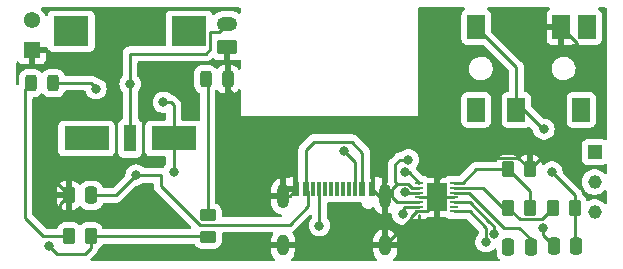
<source format=gbr>
%TF.GenerationSoftware,KiCad,Pcbnew,7.0.7*%
%TF.CreationDate,2024-01-23T19:19:34-06:00*%
%TF.ProjectId,Md-rev-1,4d642d72-6576-42d3-912e-6b696361645f,rev?*%
%TF.SameCoordinates,Original*%
%TF.FileFunction,Copper,L1,Top*%
%TF.FilePolarity,Positive*%
%FSLAX46Y46*%
G04 Gerber Fmt 4.6, Leading zero omitted, Abs format (unit mm)*
G04 Created by KiCad (PCBNEW 7.0.7) date 2024-01-23 19:19:34*
%MOMM*%
%LPD*%
G01*
G04 APERTURE LIST*
G04 Aperture macros list*
%AMRoundRect*
0 Rectangle with rounded corners*
0 $1 Rounding radius*
0 $2 $3 $4 $5 $6 $7 $8 $9 X,Y pos of 4 corners*
0 Add a 4 corners polygon primitive as box body*
4,1,4,$2,$3,$4,$5,$6,$7,$8,$9,$2,$3,0*
0 Add four circle primitives for the rounded corners*
1,1,$1+$1,$2,$3*
1,1,$1+$1,$4,$5*
1,1,$1+$1,$6,$7*
1,1,$1+$1,$8,$9*
0 Add four rect primitives between the rounded corners*
20,1,$1+$1,$2,$3,$4,$5,0*
20,1,$1+$1,$4,$5,$6,$7,0*
20,1,$1+$1,$6,$7,$8,$9,0*
20,1,$1+$1,$8,$9,$2,$3,0*%
G04 Aperture macros list end*
%TA.AperFunction,ComponentPad*%
%ADD10C,1.160000*%
%TD*%
%TA.AperFunction,ComponentPad*%
%ADD11R,1.160000X1.160000*%
%TD*%
%TA.AperFunction,ComponentPad*%
%ADD12R,1.378000X1.378000*%
%TD*%
%TA.AperFunction,ComponentPad*%
%ADD13C,1.378000*%
%TD*%
%TA.AperFunction,ComponentPad*%
%ADD14O,1.750000X1.200000*%
%TD*%
%TA.AperFunction,ComponentPad*%
%ADD15RoundRect,0.250000X0.625000X-0.350000X0.625000X0.350000X-0.625000X0.350000X-0.625000X-0.350000X0*%
%TD*%
%TA.AperFunction,SMDPad,CuDef*%
%ADD16RoundRect,0.250000X-0.250000X-0.475000X0.250000X-0.475000X0.250000X0.475000X-0.250000X0.475000X0*%
%TD*%
%TA.AperFunction,SMDPad,CuDef*%
%ADD17RoundRect,0.250000X0.450000X-0.262500X0.450000X0.262500X-0.450000X0.262500X-0.450000X-0.262500X0*%
%TD*%
%TA.AperFunction,SMDPad,CuDef*%
%ADD18RoundRect,0.243750X0.243750X0.456250X-0.243750X0.456250X-0.243750X-0.456250X0.243750X-0.456250X0*%
%TD*%
%TA.AperFunction,SMDPad,CuDef*%
%ADD19RoundRect,0.250000X0.262500X0.450000X-0.262500X0.450000X-0.262500X-0.450000X0.262500X-0.450000X0*%
%TD*%
%TA.AperFunction,SMDPad,CuDef*%
%ADD20R,1.500000X2.000000*%
%TD*%
%TA.AperFunction,SMDPad,CuDef*%
%ADD21RoundRect,0.250000X0.250000X0.475000X-0.250000X0.475000X-0.250000X-0.475000X0.250000X-0.475000X0*%
%TD*%
%TA.AperFunction,SMDPad,CuDef*%
%ADD22R,0.700000X0.250000*%
%TD*%
%TA.AperFunction,SMDPad,CuDef*%
%ADD23R,1.780000X2.350000*%
%TD*%
%TA.AperFunction,SMDPad,CuDef*%
%ADD24R,3.810000X2.030000*%
%TD*%
%TA.AperFunction,SMDPad,CuDef*%
%ADD25R,1.020000X2.290000*%
%TD*%
%TA.AperFunction,SMDPad,CuDef*%
%ADD26R,3.000000X2.500000*%
%TD*%
%TA.AperFunction,SMDPad,CuDef*%
%ADD27RoundRect,0.243750X-0.243750X-0.456250X0.243750X-0.456250X0.243750X0.456250X-0.243750X0.456250X0*%
%TD*%
%TA.AperFunction,SMDPad,CuDef*%
%ADD28R,0.600000X1.150000*%
%TD*%
%TA.AperFunction,SMDPad,CuDef*%
%ADD29R,0.300000X1.150000*%
%TD*%
%TA.AperFunction,ComponentPad*%
%ADD30O,1.000000X2.100000*%
%TD*%
%TA.AperFunction,ComponentPad*%
%ADD31O,1.000000X1.800000*%
%TD*%
%TA.AperFunction,ViaPad*%
%ADD32C,0.800000*%
%TD*%
%TA.AperFunction,Conductor*%
%ADD33C,0.250000*%
%TD*%
G04 APERTURE END LIST*
D10*
%TO.P,,3*%
%TO.N,/OUTPUT*%
X178960000Y-121480000D03*
%TD*%
%TO.P,,2*%
%TO.N,Net-(J2-Pad2)*%
X178960000Y-118940000D03*
%TD*%
D11*
%TO.P,,1*%
%TO.N,unconnected-(R9-Pad1)*%
X178960000Y-116400000D03*
%TD*%
D12*
%TO.P,,1*%
%TO.N,GND*%
X131330000Y-107790000D03*
%TD*%
D13*
%TO.P,,2*%
%TO.N,Net-(C5-Pad1)*%
X131330000Y-105250000D03*
%TD*%
D14*
%TO.P,,2,2*%
%TO.N,/GAIN*%
X147870000Y-105530000D03*
%TD*%
D15*
%TO.P,,1,1*%
%TO.N,GND*%
X147870000Y-107530000D03*
%TD*%
D16*
%TO.P,C1,1*%
%TO.N,GND*%
X134440000Y-120070000D03*
%TO.P,C1,2*%
%TO.N,/5V*%
X136340000Y-120070000D03*
%TD*%
D17*
%TO.P,R4,1*%
%TO.N,Net-(U1-STAT)*%
X146210000Y-123572500D03*
%TO.P,R4,2*%
%TO.N,Net-(D2-A)*%
X146210000Y-121747500D03*
%TD*%
D18*
%TO.P,D2,1,K*%
%TO.N,GND*%
X147907500Y-110230000D03*
%TO.P,D2,2,A*%
%TO.N,Net-(D2-A)*%
X146032500Y-110230000D03*
%TD*%
D19*
%TO.P,R3,1*%
%TO.N,Net-(U1-STAT)*%
X136302500Y-123520000D03*
%TO.P,R3,2*%
%TO.N,Net-(D1-K)*%
X134477500Y-123520000D03*
%TD*%
D20*
%TO.P,J2,1*%
%TO.N,unconnected-(J2-Pad1)*%
X168940000Y-112820000D03*
%TO.P,J2,2*%
%TO.N,Net-(J2-Pad2)*%
X168940000Y-105820000D03*
%TO.P,J2,3*%
X172340000Y-112820000D03*
%TO.P,J2,4*%
%TO.N,GND*%
X176140000Y-105820000D03*
%TO.P,J2,5*%
%TO.N,unconnected-(J2-Pad5)*%
X178340000Y-105820000D03*
%TO.P,J2,6*%
%TO.N,unconnected-(J2-Pad6)*%
X177840000Y-112820000D03*
%TD*%
D21*
%TO.P,C5,1*%
%TO.N,Net-(C5-Pad1)*%
X177415000Y-124370000D03*
%TO.P,C5,2*%
%TO.N,Net-(U2-MICIN)*%
X175515000Y-124370000D03*
%TD*%
D19*
%TO.P,R8,1*%
%TO.N,Net-(C5-Pad1)*%
X177287500Y-121120000D03*
%TO.P,R8,2*%
%TO.N,Net-(U2-MICBIAS)*%
X175462500Y-121120000D03*
%TD*%
D22*
%TO.P,U2,1,CT*%
%TO.N,Net-(U2-CT)*%
X164120000Y-119030000D03*
%TO.P,U2,2,~{SHDN}*%
%TO.N,/GAIN*%
X164120000Y-119430000D03*
%TO.P,U2,3,CG*%
%TO.N,Net-(U2-CG)*%
X164120000Y-119830000D03*
%TO.P,U2,4,GND*%
%TO.N,GND*%
X164120000Y-120230000D03*
%TO.P,U2,5,VDD*%
%TO.N,/GAIN*%
X164120000Y-120630000D03*
%TO.P,U2,6,MICOUT*%
%TO.N,Net-(U2-MICOUT)*%
X164120000Y-121030000D03*
%TO.P,U2,7,GND*%
%TO.N,GND*%
X164120000Y-121430000D03*
%TO.P,U2,8,MICIN*%
%TO.N,Net-(U2-MICIN)*%
X167070000Y-121430000D03*
%TO.P,U2,9,A/R*%
%TO.N,/A{slash}R*%
X167070000Y-121030000D03*
%TO.P,U2,10,GAIN*%
%TO.N,/GAIN*%
X167070000Y-120630000D03*
%TO.P,U2,11,GND*%
%TO.N,GND*%
X167070000Y-120230000D03*
%TO.P,U2,12,BIAS*%
%TO.N,Net-(U2-BIAS)*%
X167070000Y-119830000D03*
%TO.P,U2,13,MICBIAS*%
%TO.N,Net-(U2-MICBIAS)*%
X167070000Y-119430000D03*
%TO.P,U2,14,TH*%
%TO.N,Net-(U2-TH)*%
X167070000Y-119030000D03*
D23*
%TO.P,U2,15,GND*%
%TO.N,GND*%
X165595000Y-120230000D03*
%TD*%
D24*
%TO.P,S1,1*%
%TO.N,Net-(U1-V_{BAT})*%
X143325000Y-115245000D03*
D25*
%TO.P,S1,2*%
%TO.N,/GAIN*%
X139640000Y-115245000D03*
D24*
%TO.P,S1,3*%
%TO.N,unconnected-(S1-Pad3)*%
X135955000Y-115245000D03*
D26*
%TO.P,S1,S1*%
%TO.N,N/C*%
X144640000Y-106175000D03*
%TO.P,S1,S2*%
X134640000Y-106175000D03*
%TD*%
D27*
%TO.P,D1,1,K*%
%TO.N,Net-(D1-K)*%
X131242500Y-110560000D03*
%TO.P,D1,2,A*%
%TO.N,/5V*%
X133117500Y-110560000D03*
%TD*%
D16*
%TO.P,C6,1*%
%TO.N,GND*%
X171665000Y-124400000D03*
%TO.P,C6,2*%
%TO.N,Net-(U2-BIAS)*%
X173565000Y-124400000D03*
%TD*%
D28*
%TO.P,J1,A1,GND*%
%TO.N,GND*%
X153710000Y-119545000D03*
%TO.P,J1,A4,VBUS*%
%TO.N,/5V*%
X154510000Y-119545000D03*
D29*
%TO.P,J1,A5,CC1*%
%TO.N,Net-(J1-CC1)*%
X155660000Y-119545000D03*
%TO.P,J1,A6,D+*%
%TO.N,unconnected-(J1-D+-PadA6)*%
X156660000Y-119545000D03*
%TO.P,J1,A7,D-*%
%TO.N,unconnected-(J1-D--PadA7)*%
X157160000Y-119545000D03*
%TO.P,J1,A8,SBU1*%
%TO.N,unconnected-(J1-SBU1-PadA8)*%
X158160000Y-119545000D03*
D28*
%TO.P,J1,A9,VBUS*%
%TO.N,/5V*%
X159310000Y-119545000D03*
%TO.P,J1,A12,GND*%
%TO.N,GND*%
X160110000Y-119545000D03*
%TO.P,J1,B1,GND*%
X160110000Y-119545000D03*
%TO.P,J1,B4,VBUS*%
%TO.N,/5V*%
X159310000Y-119545000D03*
D29*
%TO.P,J1,B5,CC2*%
%TO.N,Net-(J1-CC2)*%
X158660000Y-119545000D03*
%TO.P,J1,B6,D+*%
%TO.N,unconnected-(J1-D+-PadB6)*%
X157660000Y-119545000D03*
%TO.P,J1,B7,D-*%
%TO.N,unconnected-(J1-D--PadB7)*%
X156160000Y-119545000D03*
%TO.P,J1,B8,SBU2*%
%TO.N,unconnected-(J1-SBU2-PadB8)*%
X155160000Y-119545000D03*
D28*
%TO.P,J1,B9,VBUS*%
%TO.N,/5V*%
X154510000Y-119545000D03*
%TO.P,J1,B12,GND*%
%TO.N,GND*%
X153710000Y-119545000D03*
D30*
%TO.P,J1,S1,SHIELD*%
X152590000Y-120120000D03*
D31*
X152590000Y-124300000D03*
D30*
X161230000Y-120120000D03*
D31*
X161230000Y-124300000D03*
%TD*%
D19*
%TO.P,R6,1*%
%TO.N,GND*%
X173457500Y-117870000D03*
%TO.P,R6,2*%
%TO.N,Net-(U2-TH)*%
X171632500Y-117870000D03*
%TD*%
%TO.P,R7,1*%
%TO.N,Net-(U2-TH)*%
X173467500Y-121100000D03*
%TO.P,R7,2*%
%TO.N,Net-(U2-MICBIAS)*%
X171642500Y-121100000D03*
%TD*%
D32*
%TO.N,Net-(J1-CC1)*%
X155660000Y-122630000D03*
%TO.N,Net-(J1-CC2)*%
X157720000Y-116270000D03*
%TO.N,Net-(U2-MICIN)*%
X169760000Y-124000000D03*
X174600000Y-122830000D03*
%TO.N,Net-(U2-CT)*%
X162900000Y-118120000D03*
%TO.N,Net-(U2-CG)*%
X162930000Y-119810000D03*
%TO.N,Net-(U1-V_{BAT})*%
X143310000Y-118060000D03*
X142450000Y-112180000D03*
%TO.N,Net-(U1-STAT)*%
X132780000Y-124330000D03*
%TO.N,Net-(C5-Pad1)*%
X175350000Y-118080000D03*
%TO.N,GND*%
X133700000Y-121800000D03*
X132100000Y-116380000D03*
%TO.N,/GAIN*%
X139630000Y-110620000D03*
X163200000Y-117050000D03*
X170450000Y-123320000D03*
%TO.N,/5V*%
X136740000Y-111040000D03*
X140140000Y-118350000D03*
%TO.N,Net-(U2-MICOUT)*%
X162720000Y-121660000D03*
%TO.N,Net-(J2-Pad2)*%
X174670000Y-114460000D03*
%TD*%
D33*
%TO.N,/GAIN*%
X139630000Y-110620000D02*
X139630000Y-108080000D01*
X146035000Y-108080000D02*
X146430000Y-107685000D01*
X139630000Y-108080000D02*
X146035000Y-108080000D01*
X146430000Y-106232538D02*
X147167462Y-106232538D01*
X146430000Y-107685000D02*
X146430000Y-106232538D01*
X147167462Y-106232538D02*
X147870000Y-105530000D01*
%TO.N,GND*%
X147907500Y-110230000D02*
X147907500Y-107567500D01*
X147907500Y-107567500D02*
X147870000Y-107530000D01*
%TO.N,Net-(J1-CC1)*%
X155660000Y-122630000D02*
X155660000Y-119545000D01*
%TO.N,Net-(J1-CC2)*%
X157720000Y-116270000D02*
X158660000Y-117210000D01*
X158660000Y-117210000D02*
X158660000Y-119545000D01*
%TO.N,/5V*%
X142250000Y-119250000D02*
X142250000Y-118350000D01*
X153145000Y-122535000D02*
X145535000Y-122535000D01*
X154720000Y-120960000D02*
X153145000Y-122535000D01*
X154720000Y-119755000D02*
X154720000Y-120960000D01*
X145535000Y-122535000D02*
X142250000Y-119250000D01*
X154510000Y-119545000D02*
X154720000Y-119755000D01*
X142250000Y-118350000D02*
X140140000Y-118350000D01*
X159310000Y-119545000D02*
X159310000Y-116440000D01*
X159310000Y-116440000D02*
X158390000Y-115520000D01*
X158390000Y-115520000D02*
X155200000Y-115520000D01*
X155200000Y-115520000D02*
X154510000Y-116210000D01*
X154510000Y-116210000D02*
X154510000Y-119545000D01*
%TO.N,GND*%
X153710000Y-115870000D02*
X153710000Y-115920000D01*
X153710000Y-115920000D02*
X153710000Y-119545000D01*
X148340000Y-111470000D02*
X148340000Y-114670000D01*
X147907500Y-110230000D02*
X147907500Y-111037500D01*
X147907500Y-111037500D02*
X148340000Y-111470000D01*
X148340000Y-114670000D02*
X152460000Y-114670000D01*
X152460000Y-114670000D02*
X153710000Y-115920000D01*
X160110000Y-119545000D02*
X160110000Y-115570000D01*
X160110000Y-115570000D02*
X159000000Y-114460000D01*
X159000000Y-114460000D02*
X155120000Y-114460000D01*
X155120000Y-114460000D02*
X153710000Y-115870000D01*
X161230000Y-120120000D02*
X161230000Y-124300000D01*
X161230000Y-120120000D02*
X160685000Y-120120000D01*
X160685000Y-120120000D02*
X160110000Y-119545000D01*
X164120000Y-121430000D02*
X163895000Y-121430000D01*
X163895000Y-121430000D02*
X163455000Y-121870000D01*
X163455000Y-122075000D02*
X161230000Y-124300000D01*
X163455000Y-121870000D02*
X163455000Y-122075000D01*
X152590000Y-120120000D02*
X153135000Y-120120000D01*
X153135000Y-120120000D02*
X153710000Y-119545000D01*
%TO.N,Net-(U2-TH)*%
X173467500Y-119705000D02*
X171632500Y-117870000D01*
X167790000Y-119030000D02*
X168950000Y-117870000D01*
X173467500Y-121100000D02*
X173467500Y-119705000D01*
X168950000Y-117870000D02*
X171632500Y-117870000D01*
X167070000Y-119030000D02*
X167790000Y-119030000D01*
%TO.N,Net-(U2-MICIN)*%
X168380000Y-121430000D02*
X168390000Y-121420000D01*
X174600000Y-123455000D02*
X175515000Y-124370000D01*
X169760000Y-124000000D02*
X169760000Y-123980000D01*
X167070000Y-121430000D02*
X168380000Y-121430000D01*
X174600000Y-122830000D02*
X174600000Y-123455000D01*
X168390000Y-121420000D02*
X169760000Y-122790000D01*
X169760000Y-122790000D02*
X169760000Y-124000000D01*
%TO.N,Net-(U2-MICBIAS)*%
X174507500Y-122075000D02*
X172617500Y-122075000D01*
X167070000Y-119430000D02*
X169540000Y-119430000D01*
X172617500Y-122075000D02*
X171642500Y-121100000D01*
X171210000Y-121100000D02*
X171642500Y-121100000D01*
X175462500Y-121120000D02*
X174507500Y-122075000D01*
X169540000Y-119430000D02*
X171210000Y-121100000D01*
%TO.N,Net-(U2-CT)*%
X164120000Y-119030000D02*
X163210000Y-118120000D01*
X162900000Y-118120000D02*
X162960000Y-118120000D01*
X163210000Y-118120000D02*
X162900000Y-118120000D01*
%TO.N,Net-(U2-CG)*%
X164120000Y-119830000D02*
X162980000Y-119830000D01*
X162980000Y-119830000D02*
X162930000Y-119810000D01*
X162930000Y-119810000D02*
X162940000Y-119830000D01*
X162940000Y-119830000D02*
X162960000Y-119830000D01*
%TO.N,Net-(U2-BIAS)*%
X168290000Y-119830000D02*
X171260000Y-122800000D01*
X171260000Y-122800000D02*
X172580000Y-122800000D01*
X167070000Y-119830000D02*
X168290000Y-119830000D01*
X173565000Y-123785000D02*
X173565000Y-124400000D01*
X172580000Y-122800000D02*
X173565000Y-123785000D01*
%TO.N,Net-(U1-V_{BAT})*%
X143325000Y-112435000D02*
X143325000Y-115245000D01*
X142450000Y-112180000D02*
X143070000Y-112180000D01*
X143325000Y-118045000D02*
X143325000Y-115245000D01*
X143310000Y-118060000D02*
X143325000Y-118045000D01*
X143070000Y-112180000D02*
X143325000Y-112435000D01*
%TO.N,Net-(U1-STAT)*%
X133470000Y-125020000D02*
X135820000Y-125020000D01*
X136302500Y-124537500D02*
X136302500Y-123520000D01*
X132780000Y-124330000D02*
X133470000Y-125020000D01*
X136302500Y-123520000D02*
X146157500Y-123520000D01*
X146157500Y-123520000D02*
X146210000Y-123572500D01*
X135820000Y-125020000D02*
X136302500Y-124537500D01*
%TO.N,Net-(C5-Pad1)*%
X177287500Y-121120000D02*
X177287500Y-120047500D01*
X175350000Y-118080000D02*
X175320000Y-118080000D01*
X175320000Y-118080000D02*
X175360000Y-118120000D01*
X177287500Y-120047500D02*
X175350000Y-118110000D01*
X177287500Y-124242500D02*
X177415000Y-124370000D01*
X175350000Y-118110000D02*
X175350000Y-118080000D01*
X177415000Y-124370000D02*
X177415000Y-123935000D01*
X177287500Y-121120000D02*
X177287500Y-124242500D01*
%TO.N,Net-(D2-A)*%
X146210000Y-110407500D02*
X146210000Y-121747500D01*
X146032500Y-110230000D02*
X146210000Y-110407500D01*
%TO.N,Net-(D1-K)*%
X130730000Y-111072500D02*
X131242500Y-110560000D01*
X130730000Y-121980000D02*
X130730000Y-111072500D01*
X132270000Y-123520000D02*
X130730000Y-121980000D01*
X134477500Y-123520000D02*
X132270000Y-123520000D01*
%TO.N,GND*%
X132060000Y-117690000D02*
X132100000Y-116380000D01*
X173457500Y-117870000D02*
X172482500Y-116895000D01*
X165595000Y-120580000D02*
X165595000Y-120230000D01*
X176155000Y-115172500D02*
X173457500Y-117870000D01*
X167070000Y-120230000D02*
X165595000Y-120230000D01*
X172482500Y-116895000D02*
X167505000Y-116895000D01*
X132100000Y-116380000D02*
X132060000Y-116470000D01*
X177465000Y-107145000D02*
X176140000Y-105820000D01*
X167505000Y-116895000D02*
X165595000Y-118805000D01*
X133700000Y-120810000D02*
X134440000Y-120070000D01*
X165595000Y-118805000D02*
X165595000Y-120230000D01*
X176155000Y-115172500D02*
X176155000Y-111095990D01*
X164120000Y-120230000D02*
X165595000Y-120230000D01*
X133700000Y-121800000D02*
X133700000Y-120810000D01*
X177465000Y-109785990D02*
X177465000Y-107145000D01*
X176155000Y-111095990D02*
X177465000Y-109785990D01*
X134440000Y-120070000D02*
X132060000Y-117690000D01*
X164120000Y-121430000D02*
X164745000Y-121430000D01*
X164745000Y-121430000D02*
X165595000Y-120580000D01*
%TO.N,/GAIN*%
X163134595Y-119060000D02*
X163504595Y-119430000D01*
X162240000Y-119060000D02*
X162090000Y-118910000D01*
X163504595Y-119430000D02*
X164120000Y-119430000D01*
X162090000Y-117450000D02*
X162490000Y-117050000D01*
X139630000Y-110620000D02*
X139640000Y-110630000D01*
X139640000Y-110630000D02*
X139640000Y-115245000D01*
X162090000Y-118910000D02*
X162090000Y-117450000D01*
X170450000Y-123320000D02*
X170420000Y-123040000D01*
X162240000Y-119060000D02*
X163134595Y-119060000D01*
X164120000Y-120630000D02*
X162230000Y-120630000D01*
X162230000Y-120630000D02*
X161780000Y-120180000D01*
X161780000Y-119520000D02*
X162240000Y-119060000D01*
X168390000Y-120630000D02*
X170060000Y-122300000D01*
X161780000Y-120180000D02*
X161780000Y-119520000D01*
X170420000Y-122660000D02*
X170450000Y-123320000D01*
X170060000Y-122300000D02*
X170420000Y-122660000D01*
X162490000Y-117050000D02*
X163200000Y-117050000D01*
X167070000Y-120630000D02*
X168390000Y-120630000D01*
%TO.N,/5V*%
X136740000Y-111000000D02*
X136740000Y-111040000D01*
X136300000Y-110560000D02*
X136740000Y-111000000D01*
X136740000Y-111040000D02*
X136780000Y-111040000D01*
X138420000Y-120070000D02*
X136340000Y-120070000D01*
X140140000Y-118350000D02*
X138420000Y-120070000D01*
X133380000Y-110822500D02*
X133117500Y-110560000D01*
X133117500Y-110560000D02*
X136300000Y-110560000D01*
X136780000Y-111040000D02*
X136720000Y-110980000D01*
%TO.N,Net-(U2-MICOUT)*%
X162720000Y-121230000D02*
X162920000Y-121030000D01*
X162720000Y-121660000D02*
X162720000Y-121230000D01*
X162920000Y-121030000D02*
X164120000Y-121030000D01*
%TO.N,Net-(J2-Pad2)*%
X174590000Y-114460000D02*
X172950000Y-112820000D01*
X172340000Y-109220000D02*
X168940000Y-105820000D01*
X172340000Y-112820000D02*
X172340000Y-109220000D01*
X172950000Y-112820000D02*
X172340000Y-112820000D01*
X174670000Y-114460000D02*
X174670000Y-114540000D01*
X174590000Y-114460000D02*
X174670000Y-114460000D01*
X174670000Y-114540000D02*
X174590000Y-114460000D01*
%TD*%
%TA.AperFunction,Conductor*%
%TO.N,GND*%
G36*
X151715983Y-123180185D02*
G01*
X151761738Y-123232989D01*
X151771682Y-123302147D01*
X151750718Y-123355338D01*
X151711144Y-123412194D01*
X151630940Y-123599092D01*
X151590000Y-123798309D01*
X151590000Y-124050000D01*
X152166000Y-124050000D01*
X152233039Y-124069685D01*
X152278794Y-124122489D01*
X152290000Y-124174000D01*
X152290000Y-124426000D01*
X152270315Y-124493039D01*
X152217511Y-124538794D01*
X152166000Y-124550000D01*
X151590000Y-124550000D01*
X151590000Y-124750713D01*
X151605418Y-124902338D01*
X151666299Y-125096381D01*
X151666304Y-125096391D01*
X151765005Y-125274215D01*
X151765005Y-125274216D01*
X151894216Y-125424730D01*
X151922948Y-125488419D01*
X151912686Y-125557531D01*
X151866688Y-125610124D01*
X151800130Y-125629500D01*
X136394451Y-125629500D01*
X136327412Y-125609815D01*
X136281657Y-125557011D01*
X136271713Y-125487853D01*
X136300738Y-125424297D01*
X136306770Y-125417819D01*
X136494089Y-125230500D01*
X136686285Y-125038303D01*
X136698541Y-125028487D01*
X136698358Y-125028265D01*
X136704375Y-125023287D01*
X136704374Y-125023287D01*
X136704377Y-125023286D01*
X136728751Y-124997329D01*
X136751727Y-124972864D01*
X136762171Y-124962418D01*
X136772620Y-124951971D01*
X136776879Y-124946478D01*
X136780652Y-124942061D01*
X136812562Y-124908082D01*
X136822215Y-124890520D01*
X136832889Y-124874270D01*
X136845173Y-124858436D01*
X136863680Y-124815667D01*
X136866249Y-124810424D01*
X136880693Y-124784151D01*
X136888697Y-124769592D01*
X136893677Y-124750191D01*
X136899978Y-124731788D01*
X136907938Y-124713396D01*
X136911867Y-124688581D01*
X136941795Y-124625449D01*
X136969243Y-124602440D01*
X137033656Y-124562712D01*
X137157712Y-124438656D01*
X137249814Y-124289334D01*
X137269311Y-124230493D01*
X137309084Y-124173051D01*
X137373600Y-124146228D01*
X137387017Y-124145500D01*
X145000530Y-124145500D01*
X145067569Y-124165185D01*
X145106067Y-124204401D01*
X145167288Y-124303656D01*
X145291344Y-124427712D01*
X145440666Y-124519814D01*
X145607203Y-124574999D01*
X145709991Y-124585500D01*
X146710008Y-124585499D01*
X146710016Y-124585498D01*
X146710019Y-124585498D01*
X146766302Y-124579748D01*
X146812797Y-124574999D01*
X146979334Y-124519814D01*
X147128656Y-124427712D01*
X147252712Y-124303656D01*
X147344814Y-124154334D01*
X147399999Y-123987797D01*
X147410500Y-123885009D01*
X147410499Y-123284499D01*
X147430183Y-123217461D01*
X147482987Y-123171706D01*
X147534499Y-123160500D01*
X151648944Y-123160500D01*
X151715983Y-123180185D01*
G37*
%TD.AperFunction*%
%TA.AperFunction,Conductor*%
G36*
X148942539Y-104160185D02*
G01*
X148988294Y-104212989D01*
X148999500Y-104264500D01*
X148999500Y-104543898D01*
X148979815Y-104610937D01*
X148927011Y-104656692D01*
X148857853Y-104666636D01*
X148808460Y-104648213D01*
X148651574Y-104547388D01*
X148642856Y-104543898D01*
X148542404Y-104503683D01*
X148456455Y-104469274D01*
X148250086Y-104429500D01*
X148250085Y-104429500D01*
X147542575Y-104429500D01*
X147385782Y-104444472D01*
X147385778Y-104444473D01*
X147184127Y-104503683D01*
X146997313Y-104599991D01*
X146832116Y-104729905D01*
X146832111Y-104729910D01*
X146807695Y-104758088D01*
X146748916Y-104795862D01*
X146679047Y-104795861D01*
X146620269Y-104758086D01*
X146597801Y-104720217D01*
X146583797Y-104682671D01*
X146583793Y-104682664D01*
X146497547Y-104567455D01*
X146497544Y-104567452D01*
X146382335Y-104481206D01*
X146382328Y-104481202D01*
X146247482Y-104430908D01*
X146247483Y-104430908D01*
X146187883Y-104424501D01*
X146187881Y-104424500D01*
X146187873Y-104424500D01*
X146187864Y-104424500D01*
X143092129Y-104424500D01*
X143092123Y-104424501D01*
X143032516Y-104430908D01*
X142897671Y-104481202D01*
X142897664Y-104481206D01*
X142782455Y-104567452D01*
X142782452Y-104567455D01*
X142696206Y-104682664D01*
X142696202Y-104682671D01*
X142645908Y-104817517D01*
X142641057Y-104862645D01*
X142639500Y-104877127D01*
X142639500Y-106160904D01*
X142639501Y-107330500D01*
X142619816Y-107397539D01*
X142567013Y-107443294D01*
X142515501Y-107454500D01*
X139700847Y-107454500D01*
X139677615Y-107452304D01*
X139669588Y-107450773D01*
X139669586Y-107450773D01*
X139660633Y-107451336D01*
X139612275Y-107454378D01*
X139608403Y-107454500D01*
X139590643Y-107454500D01*
X139573032Y-107456725D01*
X139569164Y-107457090D01*
X139537375Y-107459090D01*
X139511859Y-107460696D01*
X139504085Y-107463222D01*
X139481320Y-107468310D01*
X139473218Y-107469333D01*
X139473205Y-107469337D01*
X139419810Y-107490477D01*
X139416154Y-107491792D01*
X139361559Y-107509533D01*
X139361556Y-107509534D01*
X139354652Y-107513915D01*
X139333880Y-107524499D01*
X139326273Y-107527511D01*
X139326262Y-107527517D01*
X139279814Y-107561263D01*
X139276595Y-107563451D01*
X139228123Y-107594213D01*
X139228120Y-107594216D01*
X139222529Y-107600170D01*
X139205029Y-107615599D01*
X139198413Y-107620405D01*
X139198412Y-107620406D01*
X139161812Y-107664646D01*
X139159238Y-107667565D01*
X139119937Y-107709417D01*
X139119935Y-107709420D01*
X139115994Y-107716589D01*
X139102889Y-107735873D01*
X139097677Y-107742173D01*
X139097674Y-107742178D01*
X139073231Y-107794121D01*
X139071464Y-107797589D01*
X139043804Y-107847903D01*
X139043803Y-107847908D01*
X139041769Y-107855828D01*
X139033870Y-107877768D01*
X139030386Y-107885172D01*
X139030384Y-107885178D01*
X139019629Y-107941561D01*
X139018779Y-107945361D01*
X139004500Y-108000976D01*
X139004500Y-108009152D01*
X139002305Y-108032379D01*
X139000773Y-108040412D01*
X139004378Y-108097724D01*
X139004500Y-108101595D01*
X139004500Y-109921312D01*
X138984815Y-109988351D01*
X138972650Y-110004284D01*
X138897466Y-110087784D01*
X138802821Y-110251715D01*
X138802818Y-110251722D01*
X138765326Y-110367112D01*
X138744326Y-110431744D01*
X138724540Y-110620000D01*
X138744326Y-110808256D01*
X138744327Y-110808259D01*
X138802818Y-110988277D01*
X138802821Y-110988284D01*
X138897467Y-111152216D01*
X138945161Y-111205185D01*
X138982650Y-111246821D01*
X139012880Y-111309812D01*
X139014500Y-111329793D01*
X139014500Y-113522803D01*
X138994815Y-113589842D01*
X138942011Y-113635597D01*
X138933834Y-113638985D01*
X138887670Y-113656203D01*
X138887664Y-113656206D01*
X138772455Y-113742452D01*
X138772452Y-113742455D01*
X138686206Y-113857664D01*
X138686202Y-113857671D01*
X138635908Y-113992517D01*
X138629501Y-114052116D01*
X138629501Y-114052123D01*
X138629500Y-114052135D01*
X138629500Y-116437870D01*
X138629501Y-116437876D01*
X138635908Y-116497483D01*
X138686202Y-116632328D01*
X138686206Y-116632335D01*
X138772452Y-116747544D01*
X138772455Y-116747547D01*
X138887664Y-116833793D01*
X138887671Y-116833797D01*
X139022517Y-116884091D01*
X139022516Y-116884091D01*
X139029444Y-116884835D01*
X139082127Y-116890500D01*
X140197872Y-116890499D01*
X140257483Y-116884091D01*
X140392331Y-116833796D01*
X140507546Y-116747546D01*
X140593796Y-116632331D01*
X140644091Y-116497483D01*
X140650500Y-116437873D01*
X140650499Y-114052128D01*
X140644091Y-113992517D01*
X140599310Y-113872454D01*
X140593797Y-113857671D01*
X140593793Y-113857664D01*
X140507547Y-113742455D01*
X140507544Y-113742452D01*
X140392335Y-113656206D01*
X140392329Y-113656203D01*
X140346166Y-113638985D01*
X140290233Y-113597113D01*
X140265816Y-113531649D01*
X140265500Y-113522803D01*
X140265500Y-111307580D01*
X140285185Y-111240541D01*
X140297351Y-111224607D01*
X140314839Y-111205185D01*
X140362533Y-111152216D01*
X140457179Y-110988284D01*
X140515674Y-110808256D01*
X140535460Y-110620000D01*
X140515674Y-110431744D01*
X140457179Y-110251716D01*
X140362533Y-110087784D01*
X140358271Y-110083051D01*
X140287350Y-110004284D01*
X140257120Y-109941292D01*
X140255500Y-109921312D01*
X140255500Y-108829500D01*
X140275185Y-108762461D01*
X140327989Y-108716706D01*
X140379500Y-108705500D01*
X145952257Y-108705500D01*
X145967877Y-108707224D01*
X145967904Y-108706939D01*
X145975660Y-108707671D01*
X145975667Y-108707673D01*
X146044814Y-108705500D01*
X146074350Y-108705500D01*
X146081228Y-108704630D01*
X146087041Y-108704172D01*
X146133627Y-108702709D01*
X146152869Y-108697117D01*
X146171912Y-108693174D01*
X146191792Y-108690664D01*
X146235122Y-108673507D01*
X146240646Y-108671617D01*
X146244396Y-108670527D01*
X146285390Y-108658618D01*
X146302629Y-108648422D01*
X146320103Y-108639862D01*
X146338727Y-108632488D01*
X146338727Y-108632487D01*
X146338732Y-108632486D01*
X146376449Y-108605082D01*
X146381305Y-108601892D01*
X146421420Y-108578170D01*
X146435586Y-108564003D01*
X146450381Y-108551368D01*
X146466584Y-108539596D01*
X146466583Y-108539596D01*
X146466587Y-108539594D01*
X146496295Y-108503682D01*
X146500205Y-108499384D01*
X146564285Y-108435303D01*
X146625605Y-108401821D01*
X146695297Y-108406805D01*
X146739645Y-108435306D01*
X146776654Y-108472315D01*
X146925875Y-108564356D01*
X146925880Y-108564358D01*
X147092302Y-108619505D01*
X147092309Y-108619506D01*
X147195019Y-108629999D01*
X147619999Y-108629999D01*
X147620000Y-108629998D01*
X147620000Y-108014330D01*
X147639685Y-107947291D01*
X147692489Y-107901536D01*
X147761647Y-107891592D01*
X147784262Y-107897048D01*
X147807424Y-107905000D01*
X147901072Y-107905000D01*
X147901073Y-107905000D01*
X147975592Y-107892565D01*
X148044955Y-107900947D01*
X148098777Y-107945500D01*
X148119968Y-108012078D01*
X148120000Y-108014874D01*
X148120000Y-108629999D01*
X148544972Y-108629999D01*
X148544986Y-108629998D01*
X148647697Y-108619505D01*
X148814119Y-108564358D01*
X148820670Y-108561304D01*
X148821720Y-108563557D01*
X148877781Y-108548211D01*
X148944447Y-108569125D01*
X148989223Y-108622762D01*
X148999500Y-108672190D01*
X148999500Y-109295007D01*
X148979815Y-109362046D01*
X148927011Y-109407801D01*
X148857853Y-109417745D01*
X148794297Y-109388720D01*
X148769962Y-109360104D01*
X148738633Y-109309313D01*
X148738630Y-109309309D01*
X148615691Y-109186370D01*
X148467714Y-109095096D01*
X148467709Y-109095094D01*
X148302673Y-109040407D01*
X148200815Y-109030000D01*
X148157500Y-109030000D01*
X148157500Y-111430000D01*
X148200803Y-111430000D01*
X148200815Y-111429999D01*
X148302673Y-111419592D01*
X148467709Y-111364905D01*
X148467714Y-111364903D01*
X148615691Y-111273629D01*
X148738629Y-111150691D01*
X148769961Y-111099895D01*
X148821909Y-111053171D01*
X148890872Y-111041948D01*
X148954954Y-111069792D01*
X148993810Y-111127860D01*
X148999500Y-111164992D01*
X148999500Y-113315467D01*
X148999416Y-113315889D01*
X148999459Y-113340001D01*
X148999500Y-113340099D01*
X148999616Y-113340382D01*
X148999618Y-113340384D01*
X148999808Y-113340462D01*
X149000000Y-113340541D01*
X149000002Y-113340539D01*
X149024616Y-113340524D01*
X149024616Y-113340528D01*
X149024760Y-113340500D01*
X163975240Y-113340500D01*
X163975383Y-113340528D01*
X163975384Y-113340524D01*
X163999997Y-113340539D01*
X164000000Y-113340541D01*
X164000383Y-113340383D01*
X164000500Y-113340099D01*
X164000541Y-113340000D01*
X164000540Y-113339997D01*
X164000583Y-113315889D01*
X164000500Y-113315467D01*
X164000500Y-109370936D01*
X168335631Y-109370936D01*
X168366442Y-109572063D01*
X168366445Y-109572075D01*
X168437111Y-109762881D01*
X168437113Y-109762884D01*
X168437114Y-109762887D01*
X168452192Y-109787077D01*
X168544745Y-109935567D01*
X168544749Y-109935572D01*
X168644289Y-110040288D01*
X168684941Y-110083053D01*
X168813344Y-110172424D01*
X168851949Y-110199294D01*
X168851950Y-110199294D01*
X168851951Y-110199295D01*
X169038942Y-110279540D01*
X169238259Y-110320500D01*
X169390743Y-110320500D01*
X169542439Y-110305074D01*
X169736579Y-110244162D01*
X169736580Y-110244161D01*
X169736588Y-110244159D01*
X169914502Y-110145409D01*
X170068895Y-110012866D01*
X170193448Y-109851958D01*
X170283060Y-109669271D01*
X170334063Y-109472285D01*
X170344369Y-109269064D01*
X170313556Y-109067929D01*
X170257387Y-108916268D01*
X170242888Y-108877118D01*
X170242887Y-108877117D01*
X170242886Y-108877113D01*
X170136994Y-108707224D01*
X170135254Y-108704432D01*
X170135250Y-108704427D01*
X169995061Y-108556949D01*
X169995060Y-108556948D01*
X169995059Y-108556947D01*
X169896587Y-108488409D01*
X169828050Y-108440705D01*
X169641056Y-108360459D01*
X169441741Y-108319500D01*
X169289258Y-108319500D01*
X169289257Y-108319500D01*
X169137560Y-108334925D01*
X168943420Y-108395837D01*
X168943405Y-108395844D01*
X168765500Y-108494589D01*
X168765495Y-108494592D01*
X168611106Y-108627132D01*
X168611104Y-108627134D01*
X168486554Y-108788037D01*
X168486553Y-108788040D01*
X168396940Y-108970728D01*
X168345937Y-109167714D01*
X168335631Y-109370936D01*
X164000500Y-109370936D01*
X164000500Y-104264500D01*
X164020185Y-104197461D01*
X164072989Y-104151706D01*
X164124500Y-104140500D01*
X167893501Y-104140500D01*
X167960540Y-104160185D01*
X168006295Y-104212989D01*
X168016239Y-104282147D01*
X167987214Y-104345703D01*
X167952928Y-104373332D01*
X167947666Y-104376205D01*
X167832455Y-104462452D01*
X167832452Y-104462455D01*
X167746206Y-104577664D01*
X167746202Y-104577671D01*
X167695908Y-104712517D01*
X167691009Y-104758088D01*
X167689501Y-104772123D01*
X167689500Y-104772135D01*
X167689500Y-106867870D01*
X167689501Y-106867876D01*
X167695908Y-106927483D01*
X167746202Y-107062328D01*
X167746206Y-107062335D01*
X167832452Y-107177544D01*
X167832455Y-107177547D01*
X167947664Y-107263793D01*
X167947671Y-107263797D01*
X168082517Y-107314091D01*
X168082516Y-107314091D01*
X168089444Y-107314835D01*
X168142127Y-107320500D01*
X169504546Y-107320499D01*
X169571585Y-107340184D01*
X169592227Y-107356818D01*
X171678181Y-109442771D01*
X171711666Y-109504094D01*
X171714500Y-109530452D01*
X171714500Y-111195500D01*
X171694815Y-111262539D01*
X171642011Y-111308294D01*
X171590502Y-111319500D01*
X171542131Y-111319500D01*
X171542123Y-111319501D01*
X171482516Y-111325908D01*
X171347671Y-111376202D01*
X171347664Y-111376206D01*
X171232455Y-111462452D01*
X171232452Y-111462455D01*
X171146206Y-111577664D01*
X171146202Y-111577671D01*
X171095908Y-111712517D01*
X171090750Y-111760499D01*
X171089501Y-111772123D01*
X171089500Y-111772135D01*
X171089500Y-113867870D01*
X171089501Y-113867876D01*
X171095908Y-113927483D01*
X171146202Y-114062328D01*
X171146206Y-114062335D01*
X171232452Y-114177544D01*
X171232455Y-114177547D01*
X171347664Y-114263793D01*
X171347671Y-114263797D01*
X171482517Y-114314091D01*
X171482516Y-114314091D01*
X171489444Y-114314835D01*
X171542127Y-114320500D01*
X173137872Y-114320499D01*
X173197483Y-114314091D01*
X173332331Y-114263796D01*
X173347467Y-114252464D01*
X173412928Y-114228047D01*
X173481201Y-114242897D01*
X173509459Y-114264050D01*
X173740434Y-114495025D01*
X173773919Y-114556348D01*
X173776073Y-114569739D01*
X173784326Y-114648256D01*
X173784327Y-114648258D01*
X173784327Y-114648260D01*
X173842818Y-114828277D01*
X173842821Y-114828284D01*
X173937467Y-114992216D01*
X174056081Y-115123950D01*
X174064129Y-115132888D01*
X174217265Y-115244148D01*
X174217270Y-115244151D01*
X174390192Y-115321142D01*
X174390197Y-115321144D01*
X174575354Y-115360500D01*
X174575355Y-115360500D01*
X174764644Y-115360500D01*
X174764646Y-115360500D01*
X174949803Y-115321144D01*
X175122730Y-115244151D01*
X175275871Y-115132888D01*
X175402533Y-114992216D01*
X175497179Y-114828284D01*
X175555674Y-114648256D01*
X175575460Y-114460000D01*
X175555674Y-114271744D01*
X175497179Y-114091716D01*
X175402533Y-113927784D01*
X175348586Y-113867870D01*
X176589500Y-113867870D01*
X176589501Y-113867876D01*
X176595908Y-113927483D01*
X176646202Y-114062328D01*
X176646206Y-114062335D01*
X176732452Y-114177544D01*
X176732455Y-114177547D01*
X176847664Y-114263793D01*
X176847671Y-114263797D01*
X176982517Y-114314091D01*
X176982516Y-114314091D01*
X176989444Y-114314835D01*
X177042127Y-114320500D01*
X178637872Y-114320499D01*
X178697483Y-114314091D01*
X178832331Y-114263796D01*
X178947546Y-114177546D01*
X179033796Y-114062331D01*
X179084091Y-113927483D01*
X179090500Y-113867873D01*
X179090499Y-111772128D01*
X179084091Y-111712517D01*
X179083107Y-111709880D01*
X179033797Y-111577671D01*
X179033793Y-111577664D01*
X178947547Y-111462455D01*
X178947544Y-111462452D01*
X178832335Y-111376206D01*
X178832328Y-111376202D01*
X178697482Y-111325908D01*
X178697483Y-111325908D01*
X178637883Y-111319501D01*
X178637881Y-111319500D01*
X178637873Y-111319500D01*
X178637864Y-111319500D01*
X177042129Y-111319500D01*
X177042123Y-111319501D01*
X176982516Y-111325908D01*
X176847671Y-111376202D01*
X176847664Y-111376206D01*
X176732455Y-111462452D01*
X176732452Y-111462455D01*
X176646206Y-111577664D01*
X176646202Y-111577671D01*
X176595908Y-111712517D01*
X176590750Y-111760499D01*
X176589501Y-111772123D01*
X176589500Y-111772135D01*
X176589500Y-113867870D01*
X175348586Y-113867870D01*
X175275871Y-113787112D01*
X175274624Y-113786206D01*
X175122734Y-113675851D01*
X175122729Y-113675848D01*
X174949807Y-113598857D01*
X174949802Y-113598855D01*
X174804001Y-113567865D01*
X174764646Y-113559500D01*
X174625453Y-113559500D01*
X174558414Y-113539815D01*
X174537772Y-113523181D01*
X173626818Y-112612227D01*
X173593333Y-112550904D01*
X173590499Y-112524546D01*
X173590499Y-111772129D01*
X173590498Y-111772123D01*
X173590497Y-111772116D01*
X173584091Y-111712517D01*
X173583107Y-111709880D01*
X173533797Y-111577671D01*
X173533793Y-111577664D01*
X173447547Y-111462455D01*
X173447544Y-111462452D01*
X173332335Y-111376206D01*
X173332328Y-111376202D01*
X173197482Y-111325908D01*
X173197483Y-111325908D01*
X173137883Y-111319501D01*
X173137881Y-111319500D01*
X173137873Y-111319500D01*
X173137865Y-111319500D01*
X173089500Y-111319500D01*
X173022461Y-111299815D01*
X172976706Y-111247011D01*
X172965500Y-111195500D01*
X172965500Y-109370936D01*
X175335631Y-109370936D01*
X175366442Y-109572063D01*
X175366445Y-109572075D01*
X175437111Y-109762881D01*
X175437113Y-109762884D01*
X175437114Y-109762887D01*
X175452192Y-109787077D01*
X175544745Y-109935567D01*
X175544749Y-109935572D01*
X175644289Y-110040288D01*
X175684941Y-110083053D01*
X175813344Y-110172424D01*
X175851949Y-110199294D01*
X175851950Y-110199294D01*
X175851951Y-110199295D01*
X176038942Y-110279540D01*
X176238259Y-110320500D01*
X176390743Y-110320500D01*
X176542439Y-110305074D01*
X176736579Y-110244162D01*
X176736580Y-110244161D01*
X176736588Y-110244159D01*
X176914502Y-110145409D01*
X177068895Y-110012866D01*
X177193448Y-109851958D01*
X177283060Y-109669271D01*
X177334063Y-109472285D01*
X177344369Y-109269064D01*
X177313556Y-109067929D01*
X177257387Y-108916268D01*
X177242888Y-108877118D01*
X177242887Y-108877117D01*
X177242886Y-108877113D01*
X177136994Y-108707224D01*
X177135254Y-108704432D01*
X177135250Y-108704427D01*
X176995061Y-108556949D01*
X176995060Y-108556948D01*
X176995059Y-108556947D01*
X176896587Y-108488409D01*
X176828050Y-108440705D01*
X176641056Y-108360459D01*
X176441741Y-108319500D01*
X176289258Y-108319500D01*
X176289257Y-108319500D01*
X176137560Y-108334925D01*
X175943420Y-108395837D01*
X175943405Y-108395844D01*
X175765500Y-108494589D01*
X175765495Y-108494592D01*
X175611106Y-108627132D01*
X175611104Y-108627134D01*
X175486554Y-108788037D01*
X175486553Y-108788040D01*
X175396940Y-108970728D01*
X175345937Y-109167714D01*
X175335631Y-109370936D01*
X172965500Y-109370936D01*
X172965500Y-109302738D01*
X172967224Y-109287124D01*
X172966938Y-109287097D01*
X172967672Y-109279334D01*
X172965500Y-109210203D01*
X172965500Y-109180651D01*
X172965500Y-109180650D01*
X172964629Y-109173759D01*
X172964172Y-109167945D01*
X172962709Y-109121372D01*
X172957122Y-109102144D01*
X172953174Y-109083084D01*
X172950664Y-109063208D01*
X172933507Y-109019875D01*
X172931619Y-109014359D01*
X172918619Y-108969612D01*
X172908418Y-108952363D01*
X172899860Y-108934894D01*
X172892486Y-108916268D01*
X172892483Y-108916264D01*
X172892483Y-108916263D01*
X172865098Y-108878571D01*
X172861890Y-108873687D01*
X172838172Y-108833582D01*
X172838163Y-108833571D01*
X172824005Y-108819413D01*
X172811370Y-108804620D01*
X172799593Y-108788412D01*
X172763693Y-108758713D01*
X172759381Y-108754790D01*
X170226817Y-106222226D01*
X170193333Y-106160904D01*
X170190499Y-106134546D01*
X170190499Y-106070000D01*
X174890000Y-106070000D01*
X174890000Y-106867844D01*
X174896401Y-106927372D01*
X174896403Y-106927379D01*
X174946645Y-107062086D01*
X174946649Y-107062093D01*
X175032809Y-107177187D01*
X175032812Y-107177190D01*
X175147906Y-107263350D01*
X175147913Y-107263354D01*
X175282620Y-107313596D01*
X175282627Y-107313598D01*
X175342155Y-107319999D01*
X175342172Y-107320000D01*
X175890000Y-107320000D01*
X175890000Y-106070000D01*
X174890000Y-106070000D01*
X170190499Y-106070000D01*
X170190499Y-104772129D01*
X170190498Y-104772123D01*
X170190497Y-104772116D01*
X170184091Y-104712517D01*
X170172959Y-104682671D01*
X170133797Y-104577671D01*
X170133793Y-104577664D01*
X170047547Y-104462455D01*
X170047544Y-104462452D01*
X169932333Y-104376205D01*
X169927072Y-104373332D01*
X169877667Y-104323927D01*
X169862815Y-104255654D01*
X169887232Y-104190190D01*
X169943165Y-104148318D01*
X169986499Y-104140500D01*
X175094554Y-104140500D01*
X175161593Y-104160185D01*
X175207348Y-104212989D01*
X175217292Y-104282147D01*
X175188267Y-104345703D01*
X175153982Y-104373332D01*
X175147906Y-104376649D01*
X175032812Y-104462809D01*
X175032809Y-104462812D01*
X174946649Y-104577906D01*
X174946645Y-104577913D01*
X174896403Y-104712620D01*
X174896401Y-104712627D01*
X174890000Y-104772155D01*
X174890000Y-105570000D01*
X176266000Y-105570000D01*
X176333039Y-105589685D01*
X176378794Y-105642489D01*
X176390000Y-105694000D01*
X176390000Y-107320000D01*
X176937828Y-107320000D01*
X176937844Y-107319999D01*
X176997372Y-107313598D01*
X176997376Y-107313597D01*
X177132090Y-107263351D01*
X177165271Y-107238512D01*
X177230734Y-107214094D01*
X177299008Y-107228945D01*
X177313884Y-107238504D01*
X177347669Y-107263796D01*
X177347672Y-107263797D01*
X177482517Y-107314091D01*
X177482516Y-107314091D01*
X177489444Y-107314835D01*
X177542127Y-107320500D01*
X179137872Y-107320499D01*
X179197483Y-107314091D01*
X179332331Y-107263796D01*
X179447546Y-107177546D01*
X179533796Y-107062331D01*
X179584091Y-106927483D01*
X179590500Y-106867873D01*
X179590499Y-104772128D01*
X179584091Y-104712517D01*
X179572959Y-104682671D01*
X179533797Y-104577671D01*
X179533793Y-104577664D01*
X179447547Y-104462455D01*
X179447544Y-104462452D01*
X179332333Y-104376205D01*
X179327072Y-104373332D01*
X179277667Y-104323927D01*
X179262815Y-104255654D01*
X179287232Y-104190190D01*
X179343165Y-104148318D01*
X179386499Y-104140500D01*
X179875500Y-104140500D01*
X179942539Y-104160185D01*
X179988294Y-104212989D01*
X179999500Y-104264500D01*
X179999500Y-115291054D01*
X179979815Y-115358093D01*
X179927011Y-115403848D01*
X179857853Y-115413792D01*
X179801189Y-115390321D01*
X179782331Y-115376204D01*
X179782328Y-115376202D01*
X179647482Y-115325908D01*
X179647483Y-115325908D01*
X179587883Y-115319501D01*
X179587881Y-115319500D01*
X179587873Y-115319500D01*
X179587864Y-115319500D01*
X178332129Y-115319500D01*
X178332123Y-115319501D01*
X178272516Y-115325908D01*
X178137671Y-115376202D01*
X178137664Y-115376206D01*
X178022455Y-115462452D01*
X178022452Y-115462455D01*
X177936206Y-115577664D01*
X177936202Y-115577671D01*
X177885908Y-115712517D01*
X177879501Y-115772116D01*
X177879500Y-115772135D01*
X177879500Y-117027870D01*
X177879501Y-117027876D01*
X177885908Y-117087483D01*
X177936202Y-117222328D01*
X177936206Y-117222335D01*
X178022452Y-117337544D01*
X178022455Y-117337547D01*
X178137664Y-117423793D01*
X178137671Y-117423797D01*
X178272517Y-117474091D01*
X178272516Y-117474091D01*
X178279444Y-117474835D01*
X178332127Y-117480500D01*
X179587872Y-117480499D01*
X179647483Y-117474091D01*
X179782331Y-117423796D01*
X179801188Y-117409679D01*
X179866651Y-117385261D01*
X179934924Y-117400111D01*
X179984331Y-117449515D01*
X179999500Y-117508945D01*
X179999500Y-118153594D01*
X179979815Y-118220633D01*
X179927011Y-118266388D01*
X179857853Y-118276332D01*
X179794297Y-118247307D01*
X179776546Y-118228321D01*
X179761918Y-118208951D01*
X179613937Y-118074049D01*
X179613936Y-118074048D01*
X179487885Y-117996000D01*
X179443685Y-117968632D01*
X179443683Y-117968631D01*
X179307152Y-117915739D01*
X179256960Y-117896295D01*
X179060123Y-117859500D01*
X178859877Y-117859500D01*
X178663040Y-117896295D01*
X178663037Y-117896295D01*
X178663037Y-117896296D01*
X178476316Y-117968631D01*
X178476314Y-117968632D01*
X178306062Y-118074049D01*
X178158081Y-118208950D01*
X178037406Y-118368750D01*
X178037401Y-118368758D01*
X177948151Y-118547995D01*
X177948145Y-118548010D01*
X177893347Y-118740606D01*
X177893346Y-118740608D01*
X177874870Y-118939999D01*
X177874870Y-118940000D01*
X177893346Y-119139391D01*
X177893347Y-119139393D01*
X177948145Y-119331989D01*
X177948151Y-119332004D01*
X178037401Y-119511241D01*
X178037406Y-119511249D01*
X178158081Y-119671049D01*
X178237851Y-119743768D01*
X178306064Y-119805952D01*
X178409505Y-119870000D01*
X178475025Y-119910569D01*
X178476316Y-119911368D01*
X178663040Y-119983705D01*
X178859877Y-120020500D01*
X178859879Y-120020500D01*
X179060121Y-120020500D01*
X179060123Y-120020500D01*
X179256960Y-119983705D01*
X179443684Y-119911368D01*
X179613936Y-119805952D01*
X179761920Y-119671047D01*
X179776545Y-119651679D01*
X179832653Y-119610043D01*
X179902365Y-119605350D01*
X179963547Y-119639091D01*
X179996775Y-119700554D01*
X179999500Y-119726405D01*
X179999500Y-120693594D01*
X179979815Y-120760633D01*
X179927011Y-120806388D01*
X179857853Y-120816332D01*
X179794297Y-120787307D01*
X179776546Y-120768321D01*
X179770740Y-120760633D01*
X179761920Y-120748953D01*
X179751729Y-120739663D01*
X179623192Y-120622486D01*
X179613936Y-120614048D01*
X179539841Y-120568170D01*
X179443685Y-120508632D01*
X179443683Y-120508631D01*
X179305933Y-120455267D01*
X179256960Y-120436295D01*
X179060123Y-120399500D01*
X178859877Y-120399500D01*
X178663040Y-120436295D01*
X178663037Y-120436295D01*
X178663037Y-120436296D01*
X178476316Y-120508631D01*
X178476306Y-120508636D01*
X178452927Y-120523112D01*
X178385566Y-120541666D01*
X178318867Y-120520857D01*
X178274007Y-120467291D01*
X178269946Y-120456688D01*
X178263189Y-120436296D01*
X178234814Y-120350666D01*
X178142712Y-120201344D01*
X178018656Y-120077288D01*
X178018655Y-120077287D01*
X177968928Y-120046615D01*
X177922204Y-119994667D01*
X177912864Y-119956351D01*
X177911431Y-119956579D01*
X177910210Y-119948875D01*
X177910210Y-119948873D01*
X177904619Y-119929630D01*
X177900673Y-119910578D01*
X177898164Y-119890708D01*
X177881004Y-119847367D01*
X177879124Y-119841879D01*
X177866118Y-119797110D01*
X177855922Y-119779870D01*
X177847361Y-119762394D01*
X177839987Y-119743770D01*
X177839986Y-119743768D01*
X177812579Y-119706045D01*
X177809388Y-119701186D01*
X177809014Y-119700554D01*
X177788373Y-119665650D01*
X177785672Y-119661083D01*
X177785665Y-119661074D01*
X177771506Y-119646915D01*
X177758868Y-119632119D01*
X177757330Y-119630002D01*
X177747094Y-119615913D01*
X177739998Y-119610043D01*
X177711188Y-119586209D01*
X177706876Y-119582286D01*
X176291779Y-118167188D01*
X176258294Y-118105865D01*
X176256207Y-118086455D01*
X176256139Y-118086463D01*
X176255460Y-118080000D01*
X176235674Y-117891744D01*
X176177179Y-117711716D01*
X176082533Y-117547784D01*
X175955871Y-117407112D01*
X175955870Y-117407111D01*
X175802734Y-117295851D01*
X175802729Y-117295848D01*
X175629807Y-117218857D01*
X175629802Y-117218855D01*
X175484000Y-117187865D01*
X175444646Y-117179500D01*
X175255354Y-117179500D01*
X175222897Y-117186398D01*
X175070197Y-117218855D01*
X175070192Y-117218857D01*
X174897270Y-117295848D01*
X174897265Y-117295851D01*
X174744129Y-117407111D01*
X174686149Y-117471505D01*
X174626662Y-117508154D01*
X174556805Y-117506823D01*
X174498757Y-117467937D01*
X174470947Y-117403840D01*
X174469999Y-117388533D01*
X174469999Y-117370028D01*
X174469998Y-117370013D01*
X174459505Y-117267302D01*
X174404358Y-117100880D01*
X174404356Y-117100875D01*
X174312315Y-116951654D01*
X174188345Y-116827684D01*
X174039124Y-116735643D01*
X174039119Y-116735641D01*
X173872697Y-116680494D01*
X173872690Y-116680493D01*
X173769986Y-116670000D01*
X173707500Y-116670000D01*
X173707500Y-117996000D01*
X173687815Y-118063039D01*
X173635011Y-118108794D01*
X173583500Y-118120000D01*
X173331500Y-118120000D01*
X173264461Y-118100315D01*
X173218706Y-118047511D01*
X173207500Y-117996000D01*
X173207500Y-116670000D01*
X173207499Y-116669999D01*
X173145028Y-116670000D01*
X173145011Y-116670001D01*
X173042302Y-116680494D01*
X172875880Y-116735641D01*
X172875875Y-116735643D01*
X172726657Y-116827682D01*
X172633034Y-116921305D01*
X172571710Y-116954789D01*
X172502019Y-116949805D01*
X172457672Y-116921304D01*
X172363657Y-116827289D01*
X172363656Y-116827288D01*
X172243008Y-116752872D01*
X172214336Y-116735187D01*
X172214331Y-116735185D01*
X172212862Y-116734698D01*
X172047797Y-116680001D01*
X172047795Y-116680000D01*
X171945010Y-116669500D01*
X171319998Y-116669500D01*
X171319980Y-116669501D01*
X171217203Y-116680000D01*
X171217200Y-116680001D01*
X171050668Y-116735185D01*
X171050663Y-116735187D01*
X170901342Y-116827289D01*
X170777289Y-116951342D01*
X170685187Y-117100663D01*
X170685186Y-117100666D01*
X170675775Y-117129068D01*
X170665689Y-117159505D01*
X170625916Y-117216949D01*
X170561400Y-117243772D01*
X170547983Y-117244500D01*
X169032743Y-117244500D01*
X169017122Y-117242775D01*
X169017095Y-117243061D01*
X169009333Y-117242326D01*
X168940172Y-117244500D01*
X168910649Y-117244500D01*
X168903778Y-117245367D01*
X168897959Y-117245825D01*
X168851374Y-117247289D01*
X168851368Y-117247290D01*
X168832126Y-117252880D01*
X168813087Y-117256823D01*
X168793217Y-117259334D01*
X168793203Y-117259337D01*
X168749883Y-117276488D01*
X168744358Y-117278380D01*
X168699613Y-117291380D01*
X168699610Y-117291381D01*
X168682366Y-117301579D01*
X168664905Y-117310133D01*
X168646274Y-117317510D01*
X168646262Y-117317517D01*
X168608570Y-117344902D01*
X168603687Y-117348109D01*
X168563580Y-117371829D01*
X168549414Y-117385995D01*
X168534624Y-117398627D01*
X168518414Y-117410404D01*
X168518411Y-117410407D01*
X168488710Y-117446309D01*
X168484777Y-117450631D01*
X167567228Y-118368181D01*
X167505905Y-118401666D01*
X167479547Y-118404500D01*
X166672130Y-118404500D01*
X166672123Y-118404501D01*
X166612516Y-118410908D01*
X166477671Y-118461202D01*
X166477668Y-118461204D01*
X166428070Y-118498334D01*
X166385413Y-118530266D01*
X166319950Y-118554684D01*
X166311103Y-118555000D01*
X165845000Y-118555000D01*
X165845000Y-119980000D01*
X166109049Y-119980000D01*
X166176088Y-119999685D01*
X166221843Y-120052489D01*
X166225231Y-120060667D01*
X166272226Y-120186666D01*
X166277210Y-120256357D01*
X166272226Y-120273332D01*
X166225231Y-120399333D01*
X166183360Y-120455267D01*
X166117896Y-120479684D01*
X166109049Y-120480000D01*
X165845000Y-120480000D01*
X165845000Y-121905000D01*
X166311103Y-121905000D01*
X166378142Y-121924685D01*
X166385403Y-121929726D01*
X166465671Y-121989814D01*
X166477668Y-121998795D01*
X166477671Y-121998797D01*
X166522618Y-122015560D01*
X166612517Y-122049091D01*
X166672127Y-122055500D01*
X166976538Y-122055499D01*
X166976548Y-122055500D01*
X166990981Y-122055500D01*
X168089548Y-122055500D01*
X168156587Y-122075185D01*
X168177229Y-122091819D01*
X169098181Y-123012771D01*
X169131666Y-123074094D01*
X169134500Y-123100452D01*
X169134500Y-123301312D01*
X169114815Y-123368351D01*
X169102650Y-123384284D01*
X169027466Y-123467784D01*
X168932821Y-123631715D01*
X168932818Y-123631722D01*
X168881472Y-123789750D01*
X168874326Y-123811744D01*
X168854540Y-124000000D01*
X168874326Y-124188256D01*
X168874327Y-124188259D01*
X168932818Y-124368277D01*
X168932821Y-124368284D01*
X169027467Y-124532216D01*
X169111415Y-124625449D01*
X169154129Y-124672888D01*
X169307265Y-124784148D01*
X169307270Y-124784151D01*
X169480192Y-124861142D01*
X169480197Y-124861144D01*
X169665354Y-124900500D01*
X169665355Y-124900500D01*
X169854644Y-124900500D01*
X169854646Y-124900500D01*
X170039803Y-124861144D01*
X170212730Y-124784151D01*
X170365871Y-124672888D01*
X170448854Y-124580725D01*
X170508336Y-124544081D01*
X170578193Y-124545410D01*
X170636241Y-124584296D01*
X170664051Y-124648393D01*
X170665000Y-124663701D01*
X170665000Y-124924970D01*
X170665001Y-124924987D01*
X170675494Y-125027697D01*
X170730641Y-125194119D01*
X170730643Y-125194124D01*
X170822684Y-125343345D01*
X170897158Y-125417819D01*
X170930643Y-125479142D01*
X170925659Y-125548834D01*
X170883787Y-125604767D01*
X170818323Y-125629184D01*
X170809477Y-125629500D01*
X162014043Y-125629500D01*
X161947004Y-125609815D01*
X161901249Y-125557011D01*
X161891305Y-125487853D01*
X161920330Y-125424297D01*
X161928611Y-125415626D01*
X161992668Y-125354734D01*
X161992669Y-125354733D01*
X162108856Y-125187804D01*
X162189059Y-125000907D01*
X162230000Y-124801690D01*
X162230000Y-124550000D01*
X161654000Y-124550000D01*
X161586961Y-124530315D01*
X161541206Y-124477511D01*
X161530000Y-124426000D01*
X161530000Y-124174000D01*
X161549685Y-124106961D01*
X161602489Y-124061206D01*
X161654000Y-124050000D01*
X162230000Y-124050000D01*
X162230000Y-123849286D01*
X162214581Y-123697661D01*
X162153700Y-123503618D01*
X162153695Y-123503608D01*
X162054994Y-123325784D01*
X162054994Y-123325783D01*
X161922521Y-123171469D01*
X161922520Y-123171468D01*
X161761695Y-123046981D01*
X161579093Y-122957411D01*
X161480000Y-122931753D01*
X161480000Y-123495021D01*
X161460315Y-123562060D01*
X161407511Y-123607815D01*
X161338353Y-123617759D01*
X161322066Y-123614287D01*
X161258162Y-123596105D01*
X161258162Y-123596104D01*
X161146475Y-123606454D01*
X161137931Y-123608885D01*
X161068064Y-123608297D01*
X161009606Y-123570028D01*
X160981118Y-123506230D01*
X160980000Y-123489618D01*
X160980000Y-122926633D01*
X160978053Y-122926931D01*
X160978047Y-122926933D01*
X160787342Y-122997562D01*
X160787335Y-122997565D01*
X160614732Y-123105149D01*
X160467331Y-123245264D01*
X160467330Y-123245266D01*
X160351143Y-123412195D01*
X160270940Y-123599092D01*
X160230000Y-123798309D01*
X160230000Y-124050000D01*
X160806000Y-124050000D01*
X160873039Y-124069685D01*
X160918794Y-124122489D01*
X160930000Y-124174000D01*
X160930000Y-124426000D01*
X160910315Y-124493039D01*
X160857511Y-124538794D01*
X160806000Y-124550000D01*
X160230000Y-124550000D01*
X160230000Y-124750713D01*
X160245418Y-124902338D01*
X160306299Y-125096381D01*
X160306304Y-125096391D01*
X160405005Y-125274215D01*
X160405005Y-125274216D01*
X160534216Y-125424730D01*
X160562948Y-125488419D01*
X160552686Y-125557531D01*
X160506688Y-125610124D01*
X160440130Y-125629500D01*
X153374043Y-125629500D01*
X153307004Y-125609815D01*
X153261249Y-125557011D01*
X153251305Y-125487853D01*
X153280330Y-125424297D01*
X153288611Y-125415626D01*
X153352668Y-125354734D01*
X153352669Y-125354733D01*
X153468856Y-125187804D01*
X153549059Y-125000907D01*
X153590000Y-124801690D01*
X153590000Y-124550000D01*
X153014000Y-124550000D01*
X152946961Y-124530315D01*
X152901206Y-124477511D01*
X152890000Y-124426000D01*
X152890000Y-124174000D01*
X152909685Y-124106961D01*
X152962489Y-124061206D01*
X153014000Y-124050000D01*
X153590000Y-124050000D01*
X153590000Y-123849286D01*
X153574581Y-123697661D01*
X153513700Y-123503618D01*
X153513695Y-123503608D01*
X153414996Y-123325787D01*
X153384204Y-123289918D01*
X153355473Y-123226229D01*
X153365735Y-123157117D01*
X153411733Y-123104524D01*
X153432643Y-123093855D01*
X153448732Y-123087486D01*
X153486449Y-123060082D01*
X153491305Y-123056892D01*
X153531420Y-123033170D01*
X153545589Y-123018999D01*
X153560379Y-123006368D01*
X153576587Y-122994594D01*
X153606299Y-122958676D01*
X153610212Y-122954376D01*
X154822820Y-121741768D01*
X154884142Y-121708285D01*
X154953834Y-121713269D01*
X155009767Y-121755141D01*
X155034184Y-121820605D01*
X155034500Y-121829451D01*
X155034500Y-121931312D01*
X155014815Y-121998351D01*
X155002650Y-122014284D01*
X154927466Y-122097784D01*
X154832821Y-122261715D01*
X154832818Y-122261722D01*
X154774474Y-122441288D01*
X154774326Y-122441744D01*
X154754540Y-122630000D01*
X154774326Y-122818256D01*
X154774327Y-122818259D01*
X154832818Y-122998277D01*
X154832821Y-122998284D01*
X154927467Y-123162216D01*
X155002244Y-123245264D01*
X155054129Y-123302888D01*
X155207265Y-123414148D01*
X155207270Y-123414151D01*
X155380192Y-123491142D01*
X155380197Y-123491144D01*
X155565354Y-123530500D01*
X155565355Y-123530500D01*
X155754644Y-123530500D01*
X155754646Y-123530500D01*
X155939803Y-123491144D01*
X156112730Y-123414151D01*
X156265871Y-123302888D01*
X156392533Y-123162216D01*
X156487179Y-122998284D01*
X156545674Y-122818256D01*
X156565460Y-122630000D01*
X156545674Y-122441744D01*
X156487179Y-122261716D01*
X156392533Y-122097784D01*
X156366660Y-122069049D01*
X156317350Y-122014284D01*
X156287120Y-121951292D01*
X156285500Y-121931312D01*
X156285500Y-120739663D01*
X156305185Y-120672624D01*
X156357989Y-120626869D01*
X156396210Y-120616377D01*
X156396716Y-120616322D01*
X156423251Y-120616320D01*
X156462127Y-120620500D01*
X156857872Y-120620499D01*
X156857873Y-120620498D01*
X156857885Y-120620498D01*
X156896744Y-120616320D01*
X156923252Y-120616320D01*
X156962127Y-120620500D01*
X157357872Y-120620499D01*
X157357873Y-120620498D01*
X157357885Y-120620498D01*
X157396744Y-120616320D01*
X157423252Y-120616320D01*
X157462127Y-120620500D01*
X157857872Y-120620499D01*
X157857873Y-120620498D01*
X157857885Y-120620498D01*
X157896744Y-120616320D01*
X157923252Y-120616320D01*
X157962127Y-120620500D01*
X158357872Y-120620499D01*
X158357873Y-120620498D01*
X158357885Y-120620498D01*
X158396744Y-120616320D01*
X158423252Y-120616320D01*
X158462127Y-120620500D01*
X158857872Y-120620499D01*
X158857873Y-120620498D01*
X158857885Y-120620498D01*
X158896744Y-120616320D01*
X158923252Y-120616320D01*
X158962127Y-120620500D01*
X159110854Y-120620499D01*
X159177893Y-120640183D01*
X159223648Y-120692987D01*
X159233793Y-120728312D01*
X159235288Y-120739663D01*
X159239313Y-120770236D01*
X159252832Y-120802873D01*
X159282960Y-120875610D01*
X159297302Y-120910233D01*
X159389549Y-121030451D01*
X159509767Y-121122698D01*
X159649764Y-121180687D01*
X159762280Y-121195500D01*
X159762287Y-121195500D01*
X159837713Y-121195500D01*
X159837720Y-121195500D01*
X159950236Y-121180687D01*
X160090233Y-121122698D01*
X160149578Y-121077160D01*
X160214746Y-121051966D01*
X160283191Y-121066004D01*
X160333181Y-121114817D01*
X160333483Y-121115358D01*
X160405005Y-121244215D01*
X160405005Y-121244216D01*
X160537478Y-121398530D01*
X160537479Y-121398531D01*
X160698304Y-121523018D01*
X160880907Y-121612589D01*
X160980000Y-121638244D01*
X160980000Y-121074978D01*
X160999685Y-121007939D01*
X161052489Y-120962184D01*
X161121647Y-120952240D01*
X161137926Y-120955709D01*
X161201840Y-120973895D01*
X161313521Y-120963546D01*
X161313526Y-120963543D01*
X161322063Y-120961115D01*
X161391930Y-120961701D01*
X161450390Y-120999966D01*
X161478881Y-121063763D01*
X161480000Y-121080381D01*
X161480000Y-121643366D01*
X161481944Y-121643069D01*
X161481945Y-121643069D01*
X161650665Y-121580582D01*
X161720368Y-121575758D01*
X161781614Y-121609384D01*
X161814958Y-121670784D01*
X161817052Y-121683901D01*
X161834326Y-121848256D01*
X161834327Y-121848259D01*
X161892818Y-122028277D01*
X161892821Y-122028284D01*
X161987467Y-122192216D01*
X162069869Y-122283732D01*
X162114129Y-122332888D01*
X162267265Y-122444148D01*
X162267270Y-122444151D01*
X162440192Y-122521142D01*
X162440197Y-122521144D01*
X162625354Y-122560500D01*
X162625355Y-122560500D01*
X162814644Y-122560500D01*
X162814646Y-122560500D01*
X162999803Y-122521144D01*
X163172730Y-122444151D01*
X163325871Y-122332888D01*
X163452533Y-122192216D01*
X163505541Y-122100402D01*
X163556105Y-122052190D01*
X163624712Y-122038966D01*
X163656264Y-122046225D01*
X163662627Y-122048598D01*
X163722155Y-122054999D01*
X163722172Y-122055000D01*
X163995000Y-122055000D01*
X163995000Y-121779500D01*
X164014685Y-121712461D01*
X164067489Y-121666706D01*
X164119000Y-121655500D01*
X164121000Y-121655500D01*
X164188039Y-121675185D01*
X164233794Y-121727989D01*
X164245000Y-121779500D01*
X164245000Y-122055000D01*
X164517828Y-122055000D01*
X164517844Y-122054999D01*
X164577372Y-122048598D01*
X164577379Y-122048596D01*
X164712086Y-121998354D01*
X164712089Y-121998352D01*
X164803754Y-121929733D01*
X164869219Y-121905316D01*
X164878065Y-121905000D01*
X165345000Y-121905000D01*
X165345000Y-120480000D01*
X165080951Y-120480000D01*
X165013912Y-120460315D01*
X164968157Y-120407511D01*
X164964770Y-120399335D01*
X164935179Y-120320000D01*
X164917772Y-120273331D01*
X164912788Y-120203643D01*
X164917768Y-120186679D01*
X164958569Y-120077289D01*
X164964770Y-120060665D01*
X165006642Y-120004732D01*
X165072106Y-119980316D01*
X165080951Y-119980000D01*
X165345000Y-119980000D01*
X165345000Y-118555000D01*
X164878897Y-118555000D01*
X164811858Y-118535315D01*
X164804596Y-118530273D01*
X164712331Y-118461204D01*
X164712328Y-118461202D01*
X164577482Y-118410908D01*
X164577483Y-118410908D01*
X164517883Y-118404501D01*
X164517881Y-118404500D01*
X164517873Y-118404500D01*
X164517865Y-118404500D01*
X164430453Y-118404500D01*
X164363414Y-118384815D01*
X164342772Y-118368181D01*
X163837721Y-117863130D01*
X163804236Y-117801807D01*
X163809220Y-117732115D01*
X163833250Y-117692479D01*
X163932533Y-117582216D01*
X164027179Y-117418284D01*
X164085674Y-117238256D01*
X164105460Y-117050000D01*
X164085674Y-116861744D01*
X164027179Y-116681716D01*
X163932533Y-116517784D01*
X163805871Y-116377112D01*
X163805870Y-116377111D01*
X163652734Y-116265851D01*
X163652729Y-116265848D01*
X163479807Y-116188857D01*
X163479802Y-116188855D01*
X163320018Y-116154893D01*
X163294646Y-116149500D01*
X163105354Y-116149500D01*
X163079982Y-116154893D01*
X162920197Y-116188855D01*
X162920192Y-116188857D01*
X162747270Y-116265848D01*
X162747265Y-116265851D01*
X162594130Y-116377110D01*
X162594122Y-116377117D01*
X162588919Y-116382896D01*
X162529430Y-116419540D01*
X162500677Y-116423856D01*
X162482585Y-116424425D01*
X162480203Y-116424500D01*
X162450650Y-116424500D01*
X162449929Y-116424590D01*
X162443757Y-116425369D01*
X162437945Y-116425826D01*
X162391372Y-116427290D01*
X162391369Y-116427291D01*
X162372126Y-116432881D01*
X162353083Y-116436825D01*
X162333204Y-116439336D01*
X162333203Y-116439337D01*
X162289878Y-116456490D01*
X162284352Y-116458382D01*
X162239608Y-116471383D01*
X162239604Y-116471385D01*
X162222365Y-116481580D01*
X162204898Y-116490137D01*
X162186269Y-116497512D01*
X162186267Y-116497513D01*
X162148564Y-116524906D01*
X162143682Y-116528112D01*
X162103580Y-116551828D01*
X162089408Y-116566000D01*
X162074623Y-116578628D01*
X162058412Y-116590407D01*
X162028709Y-116626310D01*
X162024777Y-116630631D01*
X161706208Y-116949199D01*
X161693951Y-116959020D01*
X161694134Y-116959241D01*
X161688123Y-116964213D01*
X161640772Y-117014636D01*
X161619889Y-117035518D01*
X161619877Y-117035532D01*
X161615621Y-117041017D01*
X161611837Y-117045447D01*
X161579937Y-117079418D01*
X161579936Y-117079420D01*
X161570284Y-117096976D01*
X161559610Y-117113226D01*
X161547329Y-117129061D01*
X161547324Y-117129068D01*
X161528815Y-117171838D01*
X161526245Y-117177084D01*
X161503803Y-117217906D01*
X161498822Y-117237307D01*
X161492521Y-117255710D01*
X161484562Y-117274102D01*
X161484561Y-117274105D01*
X161477271Y-117320127D01*
X161476087Y-117325846D01*
X161464501Y-117370972D01*
X161464500Y-117370982D01*
X161464500Y-117391016D01*
X161462973Y-117410415D01*
X161459840Y-117430194D01*
X161459840Y-117430195D01*
X161464225Y-117476583D01*
X161464500Y-117482421D01*
X161464500Y-118827255D01*
X161462775Y-118842872D01*
X161463061Y-118842899D01*
X161462326Y-118850665D01*
X161463762Y-118896327D01*
X161446193Y-118963952D01*
X161427504Y-118987903D01*
X161396208Y-119019199D01*
X161383951Y-119029020D01*
X161384134Y-119029241D01*
X161378123Y-119034213D01*
X161330772Y-119084636D01*
X161309889Y-119105518D01*
X161309877Y-119105532D01*
X161305621Y-119111017D01*
X161301837Y-119115447D01*
X161269937Y-119149418D01*
X161269936Y-119149420D01*
X161260284Y-119166976D01*
X161249610Y-119183226D01*
X161237329Y-119199061D01*
X161237321Y-119199074D01*
X161235226Y-119203915D01*
X161190531Y-119257620D01*
X161155363Y-119273925D01*
X161137934Y-119278884D01*
X161068067Y-119278298D01*
X161009608Y-119240031D01*
X160981118Y-119176234D01*
X160980000Y-119159618D01*
X160980000Y-118596633D01*
X160978053Y-118596931D01*
X160978048Y-118596933D01*
X160886108Y-118630982D01*
X160816405Y-118635805D01*
X160768734Y-118613967D01*
X160652089Y-118526647D01*
X160652086Y-118526645D01*
X160517379Y-118476403D01*
X160517372Y-118476401D01*
X160457844Y-118470000D01*
X160360000Y-118470000D01*
X160360000Y-119671000D01*
X160340315Y-119738039D01*
X160287511Y-119783794D01*
X160236000Y-119795000D01*
X160234499Y-119795000D01*
X160167460Y-119775315D01*
X160121705Y-119722511D01*
X160110499Y-119671000D01*
X160110499Y-118922129D01*
X160110498Y-118922123D01*
X160110497Y-118922116D01*
X160104091Y-118862517D01*
X160101471Y-118855493D01*
X160053797Y-118727671D01*
X160053793Y-118727664D01*
X159962232Y-118605355D01*
X159964625Y-118603563D01*
X159938327Y-118555373D01*
X159935500Y-118529045D01*
X159935500Y-116522737D01*
X159937224Y-116507123D01*
X159936938Y-116507096D01*
X159937672Y-116499333D01*
X159935500Y-116430202D01*
X159935500Y-116400651D01*
X159935500Y-116400650D01*
X159934629Y-116393759D01*
X159934172Y-116387945D01*
X159934013Y-116382896D01*
X159932709Y-116341372D01*
X159927120Y-116322137D01*
X159923174Y-116303084D01*
X159920664Y-116283208D01*
X159903501Y-116239859D01*
X159901614Y-116234346D01*
X159888617Y-116189610D01*
X159888616Y-116189608D01*
X159878421Y-116172369D01*
X159869860Y-116154893D01*
X159862486Y-116136269D01*
X159862486Y-116136267D01*
X159852474Y-116122488D01*
X159835083Y-116098550D01*
X159831900Y-116093705D01*
X159808170Y-116053579D01*
X159808165Y-116053573D01*
X159794005Y-116039413D01*
X159781370Y-116024620D01*
X159769593Y-116008412D01*
X159733693Y-115978713D01*
X159729381Y-115974790D01*
X158890803Y-115136212D01*
X158880980Y-115123950D01*
X158880759Y-115124134D01*
X158875786Y-115118123D01*
X158857159Y-115100631D01*
X158825364Y-115070773D01*
X158814919Y-115060328D01*
X158804475Y-115049883D01*
X158798986Y-115045625D01*
X158794561Y-115041847D01*
X158760582Y-115009938D01*
X158760580Y-115009936D01*
X158760577Y-115009935D01*
X158743029Y-115000288D01*
X158726763Y-114989604D01*
X158710933Y-114977325D01*
X158668168Y-114958818D01*
X158662922Y-114956248D01*
X158622093Y-114933803D01*
X158622092Y-114933802D01*
X158602693Y-114928822D01*
X158584281Y-114922518D01*
X158565898Y-114914562D01*
X158565892Y-114914560D01*
X158519874Y-114907272D01*
X158514152Y-114906087D01*
X158469021Y-114894500D01*
X158469019Y-114894500D01*
X158448984Y-114894500D01*
X158429586Y-114892973D01*
X158422162Y-114891797D01*
X158409805Y-114889840D01*
X158409804Y-114889840D01*
X158363416Y-114894225D01*
X158357578Y-114894500D01*
X155282737Y-114894500D01*
X155267120Y-114892776D01*
X155267093Y-114893062D01*
X155259331Y-114892327D01*
X155190203Y-114894500D01*
X155160650Y-114894500D01*
X155159929Y-114894590D01*
X155153757Y-114895369D01*
X155147945Y-114895826D01*
X155101372Y-114897290D01*
X155101369Y-114897291D01*
X155082126Y-114902881D01*
X155063083Y-114906825D01*
X155043204Y-114909336D01*
X155043203Y-114909337D01*
X154999878Y-114926490D01*
X154994352Y-114928382D01*
X154949608Y-114941383D01*
X154949604Y-114941385D01*
X154932365Y-114951580D01*
X154914898Y-114960137D01*
X154896269Y-114967512D01*
X154896267Y-114967513D01*
X154858564Y-114994906D01*
X154853682Y-114998112D01*
X154813580Y-115021828D01*
X154799408Y-115036000D01*
X154784623Y-115048628D01*
X154768412Y-115060407D01*
X154738709Y-115096310D01*
X154734777Y-115100631D01*
X154126208Y-115709199D01*
X154113951Y-115719020D01*
X154114134Y-115719241D01*
X154108123Y-115724213D01*
X154060772Y-115774636D01*
X154039889Y-115795519D01*
X154039877Y-115795532D01*
X154035621Y-115801017D01*
X154031837Y-115805447D01*
X153999937Y-115839418D01*
X153999936Y-115839420D01*
X153990284Y-115856976D01*
X153979610Y-115873226D01*
X153967329Y-115889061D01*
X153967324Y-115889068D01*
X153948815Y-115931838D01*
X153946245Y-115937084D01*
X153923803Y-115977906D01*
X153918822Y-115997307D01*
X153912521Y-116015710D01*
X153904562Y-116034102D01*
X153904561Y-116034105D01*
X153897271Y-116080127D01*
X153896087Y-116085846D01*
X153884501Y-116130972D01*
X153884500Y-116130982D01*
X153884500Y-116151016D01*
X153882973Y-116170415D01*
X153879840Y-116190194D01*
X153879840Y-116190195D01*
X153884225Y-116236583D01*
X153884500Y-116242421D01*
X153884500Y-118529045D01*
X153864815Y-118596084D01*
X153857504Y-118605157D01*
X153857768Y-118605355D01*
X153766206Y-118727664D01*
X153766202Y-118727671D01*
X153715908Y-118862517D01*
X153709501Y-118922116D01*
X153709501Y-118922123D01*
X153709500Y-118922135D01*
X153709500Y-119671000D01*
X153689815Y-119738039D01*
X153637011Y-119783794D01*
X153585500Y-119795000D01*
X153014000Y-119795000D01*
X152946961Y-119775315D01*
X152901206Y-119722511D01*
X152890000Y-119671000D01*
X152890000Y-119542200D01*
X152890000Y-119542198D01*
X152874588Y-119459750D01*
X152874586Y-119459748D01*
X152872476Y-119448456D01*
X152874365Y-119448102D01*
X152870000Y-119424728D01*
X152870000Y-119419000D01*
X152889685Y-119351961D01*
X152942489Y-119306206D01*
X152994000Y-119295000D01*
X153460000Y-119295000D01*
X153460000Y-118470000D01*
X153362155Y-118470000D01*
X153302627Y-118476401D01*
X153302620Y-118476403D01*
X153167913Y-118526645D01*
X153167911Y-118526646D01*
X153056180Y-118610289D01*
X152990716Y-118634706D01*
X152945375Y-118628242D01*
X152945183Y-118628988D01*
X152840000Y-118601753D01*
X152840000Y-119165021D01*
X152820315Y-119232060D01*
X152767511Y-119277815D01*
X152698353Y-119287759D01*
X152682066Y-119284287D01*
X152618162Y-119266105D01*
X152618162Y-119266104D01*
X152506475Y-119276454D01*
X152497931Y-119278885D01*
X152428064Y-119278297D01*
X152369606Y-119240028D01*
X152341118Y-119176230D01*
X152340000Y-119159618D01*
X152340000Y-118596633D01*
X152338053Y-118596931D01*
X152338047Y-118596933D01*
X152147342Y-118667562D01*
X152147335Y-118667565D01*
X151974732Y-118775149D01*
X151827331Y-118915264D01*
X151827330Y-118915266D01*
X151711143Y-119082195D01*
X151630940Y-119269092D01*
X151590000Y-119468309D01*
X151590000Y-119870000D01*
X152166000Y-119870000D01*
X152233039Y-119889685D01*
X152278794Y-119942489D01*
X152290000Y-119994000D01*
X152290000Y-120246000D01*
X152270315Y-120313039D01*
X152217511Y-120358794D01*
X152166000Y-120370000D01*
X151590000Y-120370000D01*
X151590000Y-120720713D01*
X151605418Y-120872338D01*
X151666299Y-121066381D01*
X151666304Y-121066391D01*
X151765005Y-121244215D01*
X151765005Y-121244216D01*
X151897478Y-121398530D01*
X151897479Y-121398531D01*
X152058304Y-121523018D01*
X152240907Y-121612589D01*
X152240906Y-121612589D01*
X152443879Y-121665143D01*
X152443283Y-121667443D01*
X152496922Y-121692538D01*
X152534154Y-121751660D01*
X152533512Y-121821527D01*
X152495199Y-121879956D01*
X152431379Y-121908395D01*
X152414861Y-121909500D01*
X147534500Y-121909500D01*
X147467461Y-121889815D01*
X147421706Y-121837011D01*
X147410500Y-121785500D01*
X147410499Y-121434998D01*
X147410498Y-121434980D01*
X147399999Y-121332203D01*
X147399998Y-121332200D01*
X147370843Y-121244216D01*
X147344814Y-121165666D01*
X147252712Y-121016344D01*
X147128656Y-120892288D01*
X146989389Y-120806388D01*
X146979336Y-120800187D01*
X146979335Y-120800186D01*
X146979334Y-120800186D01*
X146920493Y-120780688D01*
X146863051Y-120740916D01*
X146836228Y-120676400D01*
X146835500Y-120662983D01*
X146835500Y-113867870D01*
X167689500Y-113867870D01*
X167689501Y-113867876D01*
X167695908Y-113927483D01*
X167746202Y-114062328D01*
X167746206Y-114062335D01*
X167832452Y-114177544D01*
X167832455Y-114177547D01*
X167947664Y-114263793D01*
X167947671Y-114263797D01*
X168082517Y-114314091D01*
X168082516Y-114314091D01*
X168089444Y-114314835D01*
X168142127Y-114320500D01*
X169737872Y-114320499D01*
X169797483Y-114314091D01*
X169932331Y-114263796D01*
X170047546Y-114177546D01*
X170133796Y-114062331D01*
X170184091Y-113927483D01*
X170190500Y-113867873D01*
X170190499Y-111772128D01*
X170184091Y-111712517D01*
X170183107Y-111709880D01*
X170133797Y-111577671D01*
X170133793Y-111577664D01*
X170047547Y-111462455D01*
X170047544Y-111462452D01*
X169932335Y-111376206D01*
X169932328Y-111376202D01*
X169797482Y-111325908D01*
X169797483Y-111325908D01*
X169737883Y-111319501D01*
X169737881Y-111319500D01*
X169737873Y-111319500D01*
X169737864Y-111319500D01*
X168142129Y-111319500D01*
X168142123Y-111319501D01*
X168082516Y-111325908D01*
X167947671Y-111376202D01*
X167947664Y-111376206D01*
X167832455Y-111462452D01*
X167832452Y-111462455D01*
X167746206Y-111577664D01*
X167746202Y-111577671D01*
X167695908Y-111712517D01*
X167690750Y-111760499D01*
X167689501Y-111772123D01*
X167689500Y-111772135D01*
X167689500Y-113867870D01*
X146835500Y-113867870D01*
X146835500Y-111230180D01*
X146855185Y-111163141D01*
X146862235Y-111153268D01*
X146864019Y-111151009D01*
X146864026Y-111151003D01*
X146864755Y-111149821D01*
X146865467Y-111149180D01*
X146868508Y-111145335D01*
X146869164Y-111145854D01*
X146916701Y-111103097D01*
X146985664Y-111091873D01*
X147049746Y-111119715D01*
X147071761Y-111145123D01*
X147071888Y-111145023D01*
X147074113Y-111147838D01*
X147075833Y-111149822D01*
X147076365Y-111150685D01*
X147076369Y-111150690D01*
X147199308Y-111273629D01*
X147347285Y-111364903D01*
X147347290Y-111364905D01*
X147512326Y-111419592D01*
X147614184Y-111429999D01*
X147614197Y-111430000D01*
X147657500Y-111430000D01*
X147657500Y-109030000D01*
X147614184Y-109030000D01*
X147512326Y-109040407D01*
X147347290Y-109095094D01*
X147347285Y-109095096D01*
X147199308Y-109186370D01*
X147076369Y-109309309D01*
X147076364Y-109309315D01*
X147075829Y-109310184D01*
X147075306Y-109310654D01*
X147071888Y-109314977D01*
X147071149Y-109314392D01*
X147023879Y-109356906D01*
X146954916Y-109368125D01*
X146890835Y-109340278D01*
X146868586Y-109314601D01*
X146868507Y-109314664D01*
X146867111Y-109312898D01*
X146864758Y-109310183D01*
X146864028Y-109308999D01*
X146741003Y-109185974D01*
X146740999Y-109185971D01*
X146592933Y-109094642D01*
X146592927Y-109094639D01*
X146592925Y-109094638D01*
X146558057Y-109083084D01*
X146427776Y-109039913D01*
X146325855Y-109029500D01*
X146325848Y-109029500D01*
X145739152Y-109029500D01*
X145739144Y-109029500D01*
X145637223Y-109039913D01*
X145472077Y-109094637D01*
X145472066Y-109094642D01*
X145324000Y-109185971D01*
X145323996Y-109185974D01*
X145200974Y-109308996D01*
X145200971Y-109309000D01*
X145109642Y-109457066D01*
X145109637Y-109457077D01*
X145054913Y-109622223D01*
X145044500Y-109724144D01*
X145044500Y-110735855D01*
X145054913Y-110837776D01*
X145109637Y-111002922D01*
X145109642Y-111002933D01*
X145200971Y-111150999D01*
X145200974Y-111151003D01*
X145323996Y-111274025D01*
X145324000Y-111274028D01*
X145471330Y-111364903D01*
X145472075Y-111365362D01*
X145499502Y-111374450D01*
X145556948Y-111414222D01*
X145583772Y-111478737D01*
X145584500Y-111492157D01*
X145584500Y-113649446D01*
X145564815Y-113716485D01*
X145512011Y-113762240D01*
X145442853Y-113772184D01*
X145417168Y-113765628D01*
X145337485Y-113735909D01*
X145337483Y-113735908D01*
X145277883Y-113729501D01*
X145277881Y-113729500D01*
X145277873Y-113729500D01*
X145277865Y-113729500D01*
X144074500Y-113729500D01*
X144007461Y-113709815D01*
X143961706Y-113657011D01*
X143950500Y-113605500D01*
X143950500Y-112517737D01*
X143952224Y-112502123D01*
X143951938Y-112502096D01*
X143952672Y-112494333D01*
X143950500Y-112425202D01*
X143950500Y-112395651D01*
X143950500Y-112395650D01*
X143949629Y-112388759D01*
X143949172Y-112382945D01*
X143947709Y-112336374D01*
X143947709Y-112336372D01*
X143942120Y-112317137D01*
X143938174Y-112298084D01*
X143935664Y-112278208D01*
X143918501Y-112234859D01*
X143916614Y-112229346D01*
X143903617Y-112184610D01*
X143903616Y-112184608D01*
X143893421Y-112167369D01*
X143884860Y-112149893D01*
X143877486Y-112131269D01*
X143877486Y-112131267D01*
X143867474Y-112117488D01*
X143850083Y-112093550D01*
X143846900Y-112088705D01*
X143823170Y-112048579D01*
X143823165Y-112048573D01*
X143809005Y-112034413D01*
X143796370Y-112019620D01*
X143784593Y-112003412D01*
X143748693Y-111973713D01*
X143744381Y-111969790D01*
X143570803Y-111796211D01*
X143560980Y-111783950D01*
X143560759Y-111784134D01*
X143555786Y-111778123D01*
X143505364Y-111730773D01*
X143494919Y-111720328D01*
X143484475Y-111709883D01*
X143478986Y-111705625D01*
X143474561Y-111701847D01*
X143440582Y-111669938D01*
X143440580Y-111669936D01*
X143440577Y-111669935D01*
X143423029Y-111660288D01*
X143406763Y-111649604D01*
X143390933Y-111637325D01*
X143348168Y-111618818D01*
X143342922Y-111616248D01*
X143302093Y-111593803D01*
X143302092Y-111593802D01*
X143282693Y-111588822D01*
X143264281Y-111582518D01*
X143245898Y-111574562D01*
X143245892Y-111574560D01*
X143199874Y-111567272D01*
X143194152Y-111566087D01*
X143149021Y-111554500D01*
X143141282Y-111553523D01*
X143141608Y-111550935D01*
X143086709Y-111534815D01*
X143061596Y-111513470D01*
X143055874Y-111507114D01*
X143055869Y-111507110D01*
X142902734Y-111395851D01*
X142902729Y-111395848D01*
X142729807Y-111318857D01*
X142729802Y-111318855D01*
X142584001Y-111287865D01*
X142544646Y-111279500D01*
X142355354Y-111279500D01*
X142322897Y-111286398D01*
X142170197Y-111318855D01*
X142170192Y-111318857D01*
X141997270Y-111395848D01*
X141997265Y-111395851D01*
X141844129Y-111507111D01*
X141717466Y-111647785D01*
X141622821Y-111811715D01*
X141622818Y-111811722D01*
X141564327Y-111991740D01*
X141564326Y-111991744D01*
X141544540Y-112180000D01*
X141564326Y-112368256D01*
X141564327Y-112368259D01*
X141622818Y-112548277D01*
X141622821Y-112548284D01*
X141717467Y-112712216D01*
X141844128Y-112852887D01*
X141844129Y-112852888D01*
X141997265Y-112964148D01*
X141997270Y-112964151D01*
X142170192Y-113041142D01*
X142170197Y-113041144D01*
X142355354Y-113080500D01*
X142355355Y-113080500D01*
X142544643Y-113080500D01*
X142544646Y-113080500D01*
X142549716Y-113079422D01*
X142619381Y-113084735D01*
X142675117Y-113126870D01*
X142699224Y-113192449D01*
X142699500Y-113200711D01*
X142699500Y-113605500D01*
X142679815Y-113672539D01*
X142627011Y-113718294D01*
X142575500Y-113729500D01*
X141372129Y-113729500D01*
X141372123Y-113729501D01*
X141312516Y-113735908D01*
X141177671Y-113786202D01*
X141177664Y-113786206D01*
X141062455Y-113872452D01*
X141062452Y-113872455D01*
X140976206Y-113987664D01*
X140976202Y-113987671D01*
X140925908Y-114122517D01*
X140919992Y-114177547D01*
X140919501Y-114182123D01*
X140919500Y-114182135D01*
X140919500Y-116307870D01*
X140919501Y-116307876D01*
X140925908Y-116367483D01*
X140976202Y-116502328D01*
X140976206Y-116502335D01*
X141062452Y-116617544D01*
X141062455Y-116617547D01*
X141177664Y-116703793D01*
X141177671Y-116703797D01*
X141312517Y-116754091D01*
X141312516Y-116754091D01*
X141319444Y-116754835D01*
X141372127Y-116760500D01*
X142575500Y-116760499D01*
X142642539Y-116780184D01*
X142688294Y-116832987D01*
X142699500Y-116884499D01*
X142699500Y-117344653D01*
X142679815Y-117411692D01*
X142667650Y-117427625D01*
X142577466Y-117527785D01*
X142493541Y-117673147D01*
X142442974Y-117721363D01*
X142374367Y-117734586D01*
X142355317Y-117731252D01*
X142329019Y-117724500D01*
X142320847Y-117724500D01*
X142297615Y-117722304D01*
X142289588Y-117720773D01*
X142289586Y-117720773D01*
X142280633Y-117721336D01*
X142232275Y-117724378D01*
X142228403Y-117724500D01*
X140843748Y-117724500D01*
X140776709Y-117704815D01*
X140751600Y-117683474D01*
X140745873Y-117677114D01*
X140745869Y-117677110D01*
X140592734Y-117565851D01*
X140592729Y-117565848D01*
X140419807Y-117488857D01*
X140419802Y-117488855D01*
X140274001Y-117457865D01*
X140234646Y-117449500D01*
X140045354Y-117449500D01*
X140012897Y-117456398D01*
X139860197Y-117488855D01*
X139860192Y-117488857D01*
X139687270Y-117565848D01*
X139687265Y-117565851D01*
X139534129Y-117677111D01*
X139407466Y-117817785D01*
X139312821Y-117981715D01*
X139312818Y-117981722D01*
X139256974Y-118153594D01*
X139254326Y-118161744D01*
X139242283Y-118276332D01*
X139236679Y-118329649D01*
X139210094Y-118394263D01*
X139201039Y-118404368D01*
X138197228Y-119408181D01*
X138135905Y-119441666D01*
X138109547Y-119444500D01*
X137420301Y-119444500D01*
X137353262Y-119424815D01*
X137307507Y-119372011D01*
X137302595Y-119359504D01*
X137302324Y-119358686D01*
X137274814Y-119275666D01*
X137182712Y-119126344D01*
X137058656Y-119002288D01*
X136959522Y-118941142D01*
X136909336Y-118910187D01*
X136909331Y-118910185D01*
X136895449Y-118905585D01*
X136742797Y-118855001D01*
X136742795Y-118855000D01*
X136640010Y-118844500D01*
X136039998Y-118844500D01*
X136039980Y-118844501D01*
X135937203Y-118855000D01*
X135937200Y-118855001D01*
X135770668Y-118910185D01*
X135770663Y-118910187D01*
X135621342Y-119002289D01*
X135497288Y-119126343D01*
X135497283Y-119126349D01*
X135495241Y-119129661D01*
X135493247Y-119131453D01*
X135492807Y-119132011D01*
X135492711Y-119131935D01*
X135443291Y-119176383D01*
X135374328Y-119187602D01*
X135310247Y-119159755D01*
X135284168Y-119129656D01*
X135282319Y-119126659D01*
X135282316Y-119126655D01*
X135158345Y-119002684D01*
X135009124Y-118910643D01*
X135009119Y-118910641D01*
X134842697Y-118855494D01*
X134842690Y-118855493D01*
X134739986Y-118845000D01*
X134690000Y-118845000D01*
X134690000Y-121294999D01*
X134739972Y-121294999D01*
X134739986Y-121294998D01*
X134842697Y-121284505D01*
X135009119Y-121229358D01*
X135009124Y-121229356D01*
X135158345Y-121137315D01*
X135282318Y-121013342D01*
X135284165Y-121010348D01*
X135285969Y-121008724D01*
X135286798Y-121007677D01*
X135286976Y-121007818D01*
X135336110Y-120963621D01*
X135405073Y-120952396D01*
X135469156Y-120980236D01*
X135495243Y-121010341D01*
X135497288Y-121013656D01*
X135621344Y-121137712D01*
X135770666Y-121229814D01*
X135937203Y-121284999D01*
X136039991Y-121295500D01*
X136640008Y-121295499D01*
X136640016Y-121295498D01*
X136640019Y-121295498D01*
X136696302Y-121289748D01*
X136742797Y-121284999D01*
X136909334Y-121229814D01*
X137058656Y-121137712D01*
X137182712Y-121013656D01*
X137274814Y-120864334D01*
X137302595Y-120780495D01*
X137342368Y-120723051D01*
X137406884Y-120696228D01*
X137420301Y-120695500D01*
X138337257Y-120695500D01*
X138352877Y-120697224D01*
X138352904Y-120696939D01*
X138360660Y-120697671D01*
X138360667Y-120697673D01*
X138429814Y-120695500D01*
X138459350Y-120695500D01*
X138466228Y-120694630D01*
X138472041Y-120694172D01*
X138518627Y-120692709D01*
X138537869Y-120687117D01*
X138556912Y-120683174D01*
X138576792Y-120680664D01*
X138620122Y-120663507D01*
X138625646Y-120661617D01*
X138629396Y-120660527D01*
X138670390Y-120648618D01*
X138687629Y-120638422D01*
X138705103Y-120629862D01*
X138723727Y-120622488D01*
X138723727Y-120622487D01*
X138723732Y-120622486D01*
X138761449Y-120595082D01*
X138766305Y-120591892D01*
X138806420Y-120568170D01*
X138820589Y-120553999D01*
X138835379Y-120541368D01*
X138851587Y-120529594D01*
X138881299Y-120493676D01*
X138885212Y-120489376D01*
X140087771Y-119286819D01*
X140149095Y-119253334D01*
X140175453Y-119250500D01*
X140234644Y-119250500D01*
X140234646Y-119250500D01*
X140419803Y-119211144D01*
X140592730Y-119134151D01*
X140745871Y-119022888D01*
X140751336Y-119016819D01*
X140751600Y-119016526D01*
X140811087Y-118979879D01*
X140843748Y-118975500D01*
X141500500Y-118975500D01*
X141567539Y-118995185D01*
X141613294Y-119047989D01*
X141624500Y-119099500D01*
X141624500Y-119167255D01*
X141622775Y-119182872D01*
X141623061Y-119182899D01*
X141622326Y-119190665D01*
X141624500Y-119259814D01*
X141624500Y-119289343D01*
X141624501Y-119289360D01*
X141625368Y-119296231D01*
X141625826Y-119302050D01*
X141627290Y-119348624D01*
X141627291Y-119348627D01*
X141632880Y-119367867D01*
X141636824Y-119386911D01*
X141639336Y-119406792D01*
X141656490Y-119450119D01*
X141658382Y-119455647D01*
X141671325Y-119500196D01*
X141671382Y-119500390D01*
X141679383Y-119513920D01*
X141681580Y-119517634D01*
X141690138Y-119535103D01*
X141697514Y-119553732D01*
X141724898Y-119591423D01*
X141728106Y-119596307D01*
X141751827Y-119636416D01*
X141751833Y-119636424D01*
X141765990Y-119650580D01*
X141778627Y-119665375D01*
X141790406Y-119681587D01*
X141814097Y-119701186D01*
X141826309Y-119711288D01*
X141830620Y-119715210D01*
X143318282Y-121202872D01*
X144798229Y-122682819D01*
X144831714Y-122744142D01*
X144826730Y-122813834D01*
X144784858Y-122869767D01*
X144719394Y-122894184D01*
X144710548Y-122894500D01*
X137387017Y-122894500D01*
X137319978Y-122874815D01*
X137274223Y-122822011D01*
X137269311Y-122809505D01*
X137249814Y-122750666D01*
X137157712Y-122601344D01*
X137033656Y-122477288D01*
X136927137Y-122411587D01*
X136884336Y-122385187D01*
X136884331Y-122385185D01*
X136870434Y-122380580D01*
X136717797Y-122330001D01*
X136717795Y-122330000D01*
X136615010Y-122319500D01*
X135989998Y-122319500D01*
X135989980Y-122319501D01*
X135887203Y-122330000D01*
X135887200Y-122330001D01*
X135720668Y-122385185D01*
X135720663Y-122385187D01*
X135571345Y-122477287D01*
X135477681Y-122570951D01*
X135416357Y-122604435D01*
X135346666Y-122599451D01*
X135302319Y-122570951D01*
X135291868Y-122560500D01*
X135208656Y-122477288D01*
X135102137Y-122411587D01*
X135059336Y-122385187D01*
X135059331Y-122385185D01*
X135045434Y-122380580D01*
X134892797Y-122330001D01*
X134892795Y-122330000D01*
X134790010Y-122319500D01*
X134164998Y-122319500D01*
X134164980Y-122319501D01*
X134062203Y-122330000D01*
X134062200Y-122330001D01*
X133895668Y-122385185D01*
X133895663Y-122385187D01*
X133746342Y-122477289D01*
X133622289Y-122601342D01*
X133530187Y-122750663D01*
X133530186Y-122750666D01*
X133510689Y-122809505D01*
X133470916Y-122866949D01*
X133406400Y-122893772D01*
X133392983Y-122894500D01*
X132580452Y-122894500D01*
X132513413Y-122874815D01*
X132492771Y-122858181D01*
X131391819Y-121757228D01*
X131358334Y-121695905D01*
X131355500Y-121669547D01*
X131355500Y-120320000D01*
X133440001Y-120320000D01*
X133440001Y-120594986D01*
X133450494Y-120697697D01*
X133505641Y-120864119D01*
X133505643Y-120864124D01*
X133597684Y-121013345D01*
X133721654Y-121137315D01*
X133870875Y-121229356D01*
X133870880Y-121229358D01*
X134037302Y-121284505D01*
X134037309Y-121284506D01*
X134140019Y-121294999D01*
X134189999Y-121294998D01*
X134190000Y-121294998D01*
X134190000Y-120320000D01*
X133440001Y-120320000D01*
X131355500Y-120320000D01*
X131355500Y-119820000D01*
X133440000Y-119820000D01*
X134190000Y-119820000D01*
X134190000Y-118845000D01*
X134189999Y-118844999D01*
X134140029Y-118845000D01*
X134140011Y-118845001D01*
X134037302Y-118855494D01*
X133870880Y-118910641D01*
X133870875Y-118910643D01*
X133721654Y-119002684D01*
X133597684Y-119126654D01*
X133505643Y-119275875D01*
X133505641Y-119275880D01*
X133450494Y-119442302D01*
X133450493Y-119442309D01*
X133440000Y-119545013D01*
X133440000Y-119820000D01*
X131355500Y-119820000D01*
X131355500Y-116307870D01*
X133549500Y-116307870D01*
X133549501Y-116307876D01*
X133555908Y-116367483D01*
X133606202Y-116502328D01*
X133606206Y-116502335D01*
X133692452Y-116617544D01*
X133692455Y-116617547D01*
X133807664Y-116703793D01*
X133807671Y-116703797D01*
X133942517Y-116754091D01*
X133942516Y-116754091D01*
X133949444Y-116754835D01*
X134002127Y-116760500D01*
X137907872Y-116760499D01*
X137967483Y-116754091D01*
X138102331Y-116703796D01*
X138217546Y-116617546D01*
X138303796Y-116502331D01*
X138354091Y-116367483D01*
X138360500Y-116307873D01*
X138360499Y-114182128D01*
X138354091Y-114122517D01*
X138342605Y-114091722D01*
X138303797Y-113987671D01*
X138303793Y-113987664D01*
X138217547Y-113872455D01*
X138217544Y-113872452D01*
X138102335Y-113786206D01*
X138102328Y-113786202D01*
X137967482Y-113735908D01*
X137967483Y-113735908D01*
X137907883Y-113729501D01*
X137907881Y-113729500D01*
X137907873Y-113729500D01*
X137907864Y-113729500D01*
X134002129Y-113729500D01*
X134002123Y-113729501D01*
X133942516Y-113735908D01*
X133807671Y-113786202D01*
X133807664Y-113786206D01*
X133692455Y-113872452D01*
X133692452Y-113872455D01*
X133606206Y-113987664D01*
X133606202Y-113987671D01*
X133555908Y-114122517D01*
X133549992Y-114177547D01*
X133549501Y-114182123D01*
X133549500Y-114182135D01*
X133549500Y-116307870D01*
X131355500Y-116307870D01*
X131355500Y-111884500D01*
X131375185Y-111817461D01*
X131427989Y-111771706D01*
X131479500Y-111760500D01*
X131535843Y-111760500D01*
X131535848Y-111760500D01*
X131637775Y-111750087D01*
X131802925Y-111695362D01*
X131951003Y-111604026D01*
X132074026Y-111481003D01*
X132074455Y-111480306D01*
X132074874Y-111479929D01*
X132078507Y-111475336D01*
X132079291Y-111475956D01*
X132126397Y-111433578D01*
X132195358Y-111422349D01*
X132259443Y-111450186D01*
X132281343Y-111475454D01*
X132281493Y-111475336D01*
X132284117Y-111478655D01*
X132285531Y-111480286D01*
X132285970Y-111480998D01*
X132285974Y-111481003D01*
X132408996Y-111604025D01*
X132409000Y-111604028D01*
X132557066Y-111695357D01*
X132557069Y-111695358D01*
X132557075Y-111695362D01*
X132722225Y-111750087D01*
X132824152Y-111760500D01*
X132824157Y-111760500D01*
X133410843Y-111760500D01*
X133410848Y-111760500D01*
X133512775Y-111750087D01*
X133677925Y-111695362D01*
X133826003Y-111604026D01*
X133949026Y-111481003D01*
X134040362Y-111332925D01*
X134061049Y-111270495D01*
X134100822Y-111213051D01*
X134165338Y-111186228D01*
X134178755Y-111185500D01*
X135750343Y-111185500D01*
X135817382Y-111205185D01*
X135863137Y-111257989D01*
X135868271Y-111271175D01*
X135873982Y-111288750D01*
X135912818Y-111408278D01*
X135912821Y-111408284D01*
X136007467Y-111572216D01*
X136124172Y-111701830D01*
X136134129Y-111712888D01*
X136287265Y-111824148D01*
X136287270Y-111824151D01*
X136460192Y-111901142D01*
X136460197Y-111901144D01*
X136645354Y-111940500D01*
X136645355Y-111940500D01*
X136834644Y-111940500D01*
X136834646Y-111940500D01*
X137019803Y-111901144D01*
X137192730Y-111824151D01*
X137345871Y-111712888D01*
X137472533Y-111572216D01*
X137567179Y-111408284D01*
X137625674Y-111228256D01*
X137645460Y-111040000D01*
X137625674Y-110851744D01*
X137567179Y-110671716D01*
X137472533Y-110507784D01*
X137345871Y-110367112D01*
X137345870Y-110367111D01*
X137192734Y-110255851D01*
X137192729Y-110255848D01*
X137019807Y-110178857D01*
X137019802Y-110178855D01*
X136874001Y-110147865D01*
X136834646Y-110139500D01*
X136834645Y-110139500D01*
X136815454Y-110139500D01*
X136748415Y-110119815D01*
X136727773Y-110103181D01*
X136714476Y-110089884D01*
X136708986Y-110085625D01*
X136704561Y-110081847D01*
X136670582Y-110049938D01*
X136670580Y-110049936D01*
X136670577Y-110049935D01*
X136653029Y-110040288D01*
X136636763Y-110029604D01*
X136620933Y-110017325D01*
X136578168Y-109998818D01*
X136572922Y-109996248D01*
X136532093Y-109973803D01*
X136532092Y-109973802D01*
X136512693Y-109968822D01*
X136494281Y-109962518D01*
X136475898Y-109954562D01*
X136475892Y-109954560D01*
X136429874Y-109947272D01*
X136424152Y-109946087D01*
X136379021Y-109934500D01*
X136379019Y-109934500D01*
X136358984Y-109934500D01*
X136339586Y-109932973D01*
X136332162Y-109931797D01*
X136319805Y-109929840D01*
X136319804Y-109929840D01*
X136273416Y-109934225D01*
X136267578Y-109934500D01*
X134178755Y-109934500D01*
X134111716Y-109914815D01*
X134065961Y-109862011D01*
X134061049Y-109849504D01*
X134055000Y-109831249D01*
X134040362Y-109787075D01*
X134040356Y-109787066D01*
X133949028Y-109639000D01*
X133949025Y-109638996D01*
X133826003Y-109515974D01*
X133825999Y-109515971D01*
X133677933Y-109424642D01*
X133677927Y-109424639D01*
X133677925Y-109424638D01*
X133627114Y-109407801D01*
X133512776Y-109369913D01*
X133410855Y-109359500D01*
X133410848Y-109359500D01*
X132824152Y-109359500D01*
X132824144Y-109359500D01*
X132722223Y-109369913D01*
X132557077Y-109424637D01*
X132557066Y-109424642D01*
X132409000Y-109515971D01*
X132408996Y-109515974D01*
X132285974Y-109638996D01*
X132285971Y-109639000D01*
X132285538Y-109639703D01*
X132285114Y-109640083D01*
X132281493Y-109644664D01*
X132280710Y-109644045D01*
X132233590Y-109686428D01*
X132164628Y-109697649D01*
X132100546Y-109669806D01*
X132078657Y-109644544D01*
X132078507Y-109644664D01*
X132075859Y-109641315D01*
X132074462Y-109639703D01*
X132074028Y-109639000D01*
X132074025Y-109638996D01*
X131951003Y-109515974D01*
X131950999Y-109515971D01*
X131802933Y-109424642D01*
X131802927Y-109424639D01*
X131802925Y-109424638D01*
X131752114Y-109407801D01*
X131637776Y-109369913D01*
X131535855Y-109359500D01*
X131535848Y-109359500D01*
X130949152Y-109359500D01*
X130949144Y-109359500D01*
X130847223Y-109369913D01*
X130682077Y-109424637D01*
X130682066Y-109424642D01*
X130534000Y-109515971D01*
X130533996Y-109515974D01*
X130410974Y-109638996D01*
X130410971Y-109639000D01*
X130319642Y-109787066D01*
X130319637Y-109787077D01*
X130264913Y-109952223D01*
X130254500Y-110054144D01*
X130254499Y-110054157D01*
X130254499Y-110616019D01*
X130234814Y-110683059D01*
X130220882Y-110700912D01*
X130214882Y-110707300D01*
X130154637Y-110742689D01*
X130084824Y-110739888D01*
X130027607Y-110699789D01*
X130001152Y-110635121D01*
X130000500Y-110622426D01*
X130000500Y-108830290D01*
X130020185Y-108763251D01*
X130072989Y-108717497D01*
X130142147Y-108707553D01*
X130205703Y-108736578D01*
X130223767Y-108755980D01*
X130283813Y-108836190D01*
X130398906Y-108922350D01*
X130398913Y-108922354D01*
X130533620Y-108972596D01*
X130533627Y-108972598D01*
X130593155Y-108978999D01*
X130593172Y-108979000D01*
X131080000Y-108979000D01*
X131080000Y-108336123D01*
X131099685Y-108269084D01*
X131152489Y-108223329D01*
X131221647Y-108213385D01*
X131240548Y-108217632D01*
X131264434Y-108225000D01*
X131264435Y-108225000D01*
X131362595Y-108225000D01*
X131362596Y-108225000D01*
X131437519Y-108213707D01*
X131506742Y-108223180D01*
X131559857Y-108268574D01*
X131579997Y-108335478D01*
X131580000Y-108336322D01*
X131580000Y-108979000D01*
X132066828Y-108979000D01*
X132066844Y-108978999D01*
X132126372Y-108972598D01*
X132126379Y-108972596D01*
X132261086Y-108922354D01*
X132261093Y-108922350D01*
X132376187Y-108836190D01*
X132376190Y-108836187D01*
X132462350Y-108721093D01*
X132462354Y-108721086D01*
X132512596Y-108586379D01*
X132512598Y-108586372D01*
X132518999Y-108526844D01*
X132519000Y-108526827D01*
X132519000Y-108040000D01*
X131874616Y-108040000D01*
X131807577Y-108020315D01*
X131761822Y-107967511D01*
X131751878Y-107898353D01*
X131753722Y-107888420D01*
X131768683Y-107822875D01*
X131765660Y-107782544D01*
X131761487Y-107726852D01*
X131758883Y-107692110D01*
X131758880Y-107692104D01*
X131758765Y-107691594D01*
X131758800Y-107691008D01*
X131758189Y-107682844D01*
X131759306Y-107682760D01*
X131763038Y-107621855D01*
X131804336Y-107565497D01*
X131869547Y-107540413D01*
X131879656Y-107540000D01*
X132562617Y-107540000D01*
X132629656Y-107559685D01*
X132675411Y-107612489D01*
X132678799Y-107620667D01*
X132696202Y-107667328D01*
X132696206Y-107667335D01*
X132782452Y-107782544D01*
X132782455Y-107782547D01*
X132897664Y-107868793D01*
X132897671Y-107868797D01*
X133032517Y-107919091D01*
X133032516Y-107919091D01*
X133039444Y-107919835D01*
X133092127Y-107925500D01*
X136187872Y-107925499D01*
X136247483Y-107919091D01*
X136382331Y-107868796D01*
X136497546Y-107782546D01*
X136583796Y-107667331D01*
X136634091Y-107532483D01*
X136640500Y-107472873D01*
X136640499Y-104877128D01*
X136634091Y-104817517D01*
X136629813Y-104806048D01*
X136583797Y-104682671D01*
X136583793Y-104682664D01*
X136497547Y-104567455D01*
X136497544Y-104567452D01*
X136382335Y-104481206D01*
X136382328Y-104481202D01*
X136247482Y-104430908D01*
X136247483Y-104430908D01*
X136187883Y-104424501D01*
X136187881Y-104424500D01*
X136187873Y-104424500D01*
X136187864Y-104424500D01*
X133092129Y-104424500D01*
X133092123Y-104424501D01*
X133032516Y-104430908D01*
X132897671Y-104481202D01*
X132897664Y-104481206D01*
X132782455Y-104567452D01*
X132782452Y-104567455D01*
X132696206Y-104682664D01*
X132696203Y-104682669D01*
X132659045Y-104782295D01*
X132617173Y-104838228D01*
X132551709Y-104862645D01*
X132483436Y-104847793D01*
X132434031Y-104798388D01*
X132431863Y-104794232D01*
X132345671Y-104621135D01*
X132345664Y-104621123D01*
X132212815Y-104445203D01*
X132115114Y-104356137D01*
X132078832Y-104296426D01*
X132080593Y-104226578D01*
X132119837Y-104168771D01*
X132184103Y-104141356D01*
X132198652Y-104140500D01*
X148875500Y-104140500D01*
X148942539Y-104160185D01*
G37*
%TD.AperFunction*%
%TD*%
M02*

</source>
